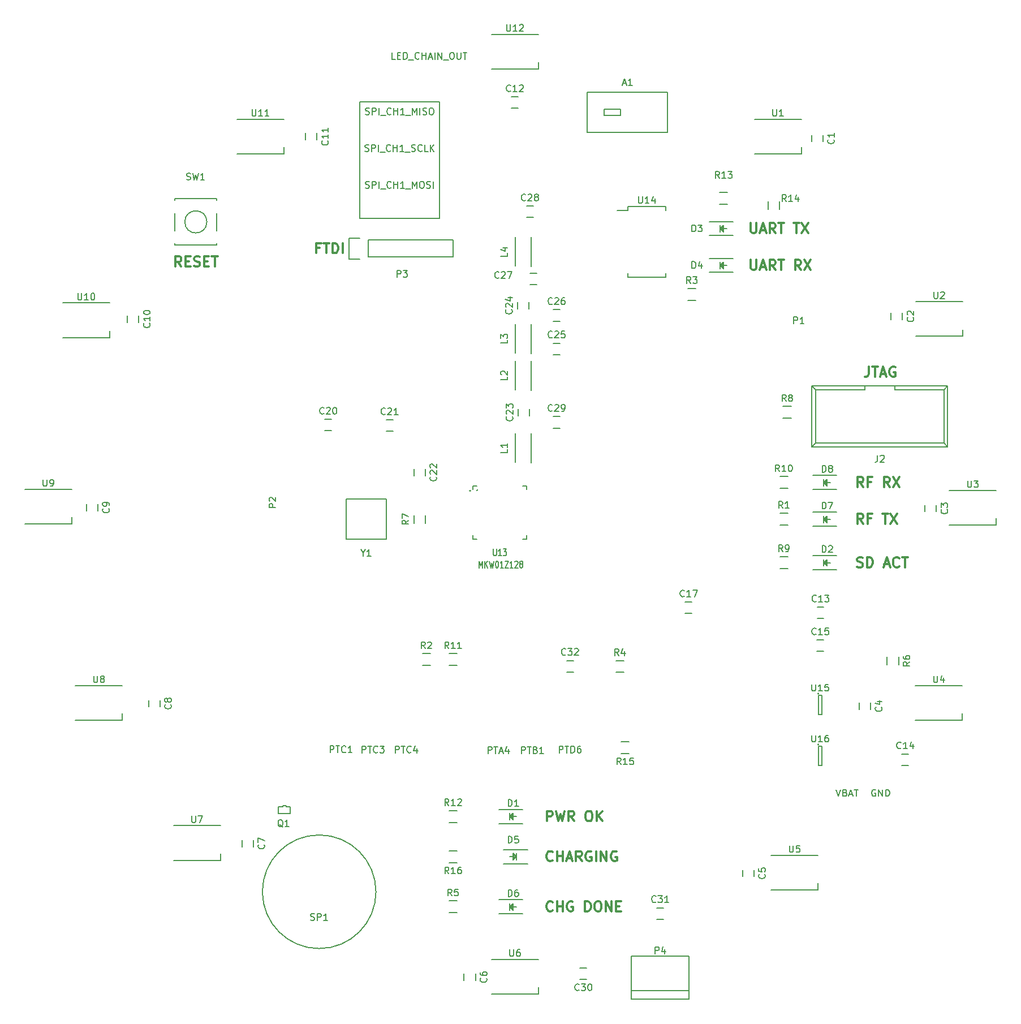
<source format=gto>
G04 #@! TF.GenerationSoftware,KiCad,Pcbnew,(2016-12-18 revision 3ffa37c)-master*
G04 #@! TF.CreationDate,2016-12-20T15:26:01-08:00*
G04 #@! TF.ProjectId,badge-routed,62616467652D726F757465642E6B6963,rev?*
G04 #@! TF.FileFunction,Legend,Top*
G04 #@! TF.FilePolarity,Positive*
%FSLAX46Y46*%
G04 Gerber Fmt 4.6, Leading zero omitted, Abs format (unit mm)*
G04 Created by KiCad (PCBNEW (2016-12-18 revision 3ffa37c)-master) date Tuesday, December 20, 2016 'PMt' 03:26:01 PM*
%MOMM*%
%LPD*%
G01*
G04 APERTURE LIST*
%ADD10C,0.150000*%
%ADD11C,0.300000*%
%ADD12C,0.200000*%
%ADD13C,0.152400*%
%ADD14C,0.127000*%
G04 APERTURE END LIST*
D10*
D11*
X45321428Y-65178571D02*
X44821428Y-64464285D01*
X44464285Y-65178571D02*
X44464285Y-63678571D01*
X45035714Y-63678571D01*
X45178571Y-63750000D01*
X45250000Y-63821428D01*
X45321428Y-63964285D01*
X45321428Y-64178571D01*
X45250000Y-64321428D01*
X45178571Y-64392857D01*
X45035714Y-64464285D01*
X44464285Y-64464285D01*
X45964285Y-64392857D02*
X46464285Y-64392857D01*
X46678571Y-65178571D02*
X45964285Y-65178571D01*
X45964285Y-63678571D01*
X46678571Y-63678571D01*
X47250000Y-65107142D02*
X47464285Y-65178571D01*
X47821428Y-65178571D01*
X47964285Y-65107142D01*
X48035714Y-65035714D01*
X48107142Y-64892857D01*
X48107142Y-64750000D01*
X48035714Y-64607142D01*
X47964285Y-64535714D01*
X47821428Y-64464285D01*
X47535714Y-64392857D01*
X47392857Y-64321428D01*
X47321428Y-64250000D01*
X47250000Y-64107142D01*
X47250000Y-63964285D01*
X47321428Y-63821428D01*
X47392857Y-63750000D01*
X47535714Y-63678571D01*
X47892857Y-63678571D01*
X48107142Y-63750000D01*
X48750000Y-64392857D02*
X49250000Y-64392857D01*
X49464285Y-65178571D02*
X48750000Y-65178571D01*
X48750000Y-63678571D01*
X49464285Y-63678571D01*
X49892857Y-63678571D02*
X50750000Y-63678571D01*
X50321428Y-65178571D02*
X50321428Y-63678571D01*
D12*
X72000000Y-40500000D02*
X72000000Y-42000000D01*
X84000000Y-40500000D02*
X72000000Y-40500000D01*
X84000000Y-58000000D02*
X84000000Y-40500000D01*
X72000000Y-58000000D02*
X84000000Y-58000000D01*
X72000000Y-41000000D02*
X72000000Y-58000000D01*
D11*
X148250000Y-80178571D02*
X148250000Y-81250000D01*
X148178571Y-81464285D01*
X148035714Y-81607142D01*
X147821428Y-81678571D01*
X147678571Y-81678571D01*
X148750000Y-80178571D02*
X149607142Y-80178571D01*
X149178571Y-81678571D02*
X149178571Y-80178571D01*
X150035714Y-81250000D02*
X150750000Y-81250000D01*
X149892857Y-81678571D02*
X150392857Y-80178571D01*
X150892857Y-81678571D01*
X152178571Y-80250000D02*
X152035714Y-80178571D01*
X151821428Y-80178571D01*
X151607142Y-80250000D01*
X151464285Y-80392857D01*
X151392857Y-80535714D01*
X151321428Y-80821428D01*
X151321428Y-81035714D01*
X151392857Y-81321428D01*
X151464285Y-81464285D01*
X151607142Y-81607142D01*
X151821428Y-81678571D01*
X151964285Y-81678571D01*
X152178571Y-81607142D01*
X152250000Y-81535714D01*
X152250000Y-81035714D01*
X151964285Y-81035714D01*
X100909285Y-154035714D02*
X100837857Y-154107142D01*
X100623571Y-154178571D01*
X100480714Y-154178571D01*
X100266428Y-154107142D01*
X100123571Y-153964285D01*
X100052142Y-153821428D01*
X99980714Y-153535714D01*
X99980714Y-153321428D01*
X100052142Y-153035714D01*
X100123571Y-152892857D01*
X100266428Y-152750000D01*
X100480714Y-152678571D01*
X100623571Y-152678571D01*
X100837857Y-152750000D01*
X100909285Y-152821428D01*
X101552142Y-154178571D02*
X101552142Y-152678571D01*
X101552142Y-153392857D02*
X102409285Y-153392857D01*
X102409285Y-154178571D02*
X102409285Y-152678571D01*
X103052142Y-153750000D02*
X103766428Y-153750000D01*
X102909285Y-154178571D02*
X103409285Y-152678571D01*
X103909285Y-154178571D01*
X105266428Y-154178571D02*
X104766428Y-153464285D01*
X104409285Y-154178571D02*
X104409285Y-152678571D01*
X104980714Y-152678571D01*
X105123571Y-152750000D01*
X105195000Y-152821428D01*
X105266428Y-152964285D01*
X105266428Y-153178571D01*
X105195000Y-153321428D01*
X105123571Y-153392857D01*
X104980714Y-153464285D01*
X104409285Y-153464285D01*
X106695000Y-152750000D02*
X106552142Y-152678571D01*
X106337857Y-152678571D01*
X106123571Y-152750000D01*
X105980714Y-152892857D01*
X105909285Y-153035714D01*
X105837857Y-153321428D01*
X105837857Y-153535714D01*
X105909285Y-153821428D01*
X105980714Y-153964285D01*
X106123571Y-154107142D01*
X106337857Y-154178571D01*
X106480714Y-154178571D01*
X106695000Y-154107142D01*
X106766428Y-154035714D01*
X106766428Y-153535714D01*
X106480714Y-153535714D01*
X107409285Y-154178571D02*
X107409285Y-152678571D01*
X108123571Y-154178571D02*
X108123571Y-152678571D01*
X108980714Y-154178571D01*
X108980714Y-152678571D01*
X110480714Y-152750000D02*
X110337857Y-152678571D01*
X110123571Y-152678571D01*
X109909285Y-152750000D01*
X109766428Y-152892857D01*
X109695000Y-153035714D01*
X109623571Y-153321428D01*
X109623571Y-153535714D01*
X109695000Y-153821428D01*
X109766428Y-153964285D01*
X109909285Y-154107142D01*
X110123571Y-154178571D01*
X110266428Y-154178571D01*
X110480714Y-154107142D01*
X110552142Y-154035714D01*
X110552142Y-153535714D01*
X110266428Y-153535714D01*
X100909285Y-161535714D02*
X100837857Y-161607142D01*
X100623571Y-161678571D01*
X100480714Y-161678571D01*
X100266428Y-161607142D01*
X100123571Y-161464285D01*
X100052142Y-161321428D01*
X99980714Y-161035714D01*
X99980714Y-160821428D01*
X100052142Y-160535714D01*
X100123571Y-160392857D01*
X100266428Y-160250000D01*
X100480714Y-160178571D01*
X100623571Y-160178571D01*
X100837857Y-160250000D01*
X100909285Y-160321428D01*
X101552142Y-161678571D02*
X101552142Y-160178571D01*
X101552142Y-160892857D02*
X102409285Y-160892857D01*
X102409285Y-161678571D02*
X102409285Y-160178571D01*
X103909285Y-160250000D02*
X103766428Y-160178571D01*
X103552142Y-160178571D01*
X103337857Y-160250000D01*
X103195000Y-160392857D01*
X103123571Y-160535714D01*
X103052142Y-160821428D01*
X103052142Y-161035714D01*
X103123571Y-161321428D01*
X103195000Y-161464285D01*
X103337857Y-161607142D01*
X103552142Y-161678571D01*
X103695000Y-161678571D01*
X103909285Y-161607142D01*
X103980714Y-161535714D01*
X103980714Y-161035714D01*
X103695000Y-161035714D01*
X105766428Y-161678571D02*
X105766428Y-160178571D01*
X106123571Y-160178571D01*
X106337857Y-160250000D01*
X106480714Y-160392857D01*
X106552142Y-160535714D01*
X106623571Y-160821428D01*
X106623571Y-161035714D01*
X106552142Y-161321428D01*
X106480714Y-161464285D01*
X106337857Y-161607142D01*
X106123571Y-161678571D01*
X105766428Y-161678571D01*
X107552142Y-160178571D02*
X107837857Y-160178571D01*
X107980714Y-160250000D01*
X108123571Y-160392857D01*
X108195000Y-160678571D01*
X108195000Y-161178571D01*
X108123571Y-161464285D01*
X107980714Y-161607142D01*
X107837857Y-161678571D01*
X107552142Y-161678571D01*
X107409285Y-161607142D01*
X107266428Y-161464285D01*
X107195000Y-161178571D01*
X107195000Y-160678571D01*
X107266428Y-160392857D01*
X107409285Y-160250000D01*
X107552142Y-160178571D01*
X108837857Y-161678571D02*
X108837857Y-160178571D01*
X109695000Y-161678571D01*
X109695000Y-160178571D01*
X110409285Y-160892857D02*
X110909285Y-160892857D01*
X111123571Y-161678571D02*
X110409285Y-161678571D01*
X110409285Y-160178571D01*
X111123571Y-160178571D01*
X100052142Y-148178571D02*
X100052142Y-146678571D01*
X100623571Y-146678571D01*
X100766428Y-146750000D01*
X100837857Y-146821428D01*
X100909285Y-146964285D01*
X100909285Y-147178571D01*
X100837857Y-147321428D01*
X100766428Y-147392857D01*
X100623571Y-147464285D01*
X100052142Y-147464285D01*
X101409285Y-146678571D02*
X101766428Y-148178571D01*
X102052142Y-147107142D01*
X102337857Y-148178571D01*
X102695000Y-146678571D01*
X104123571Y-148178571D02*
X103623571Y-147464285D01*
X103266428Y-148178571D02*
X103266428Y-146678571D01*
X103837857Y-146678571D01*
X103980714Y-146750000D01*
X104052142Y-146821428D01*
X104123571Y-146964285D01*
X104123571Y-147178571D01*
X104052142Y-147321428D01*
X103980714Y-147392857D01*
X103837857Y-147464285D01*
X103266428Y-147464285D01*
X106195000Y-146678571D02*
X106480714Y-146678571D01*
X106623571Y-146750000D01*
X106766428Y-146892857D01*
X106837857Y-147178571D01*
X106837857Y-147678571D01*
X106766428Y-147964285D01*
X106623571Y-148107142D01*
X106480714Y-148178571D01*
X106195000Y-148178571D01*
X106052142Y-148107142D01*
X105909285Y-147964285D01*
X105837857Y-147678571D01*
X105837857Y-147178571D01*
X105909285Y-146892857D01*
X106052142Y-146750000D01*
X106195000Y-146678571D01*
X107480714Y-148178571D02*
X107480714Y-146678571D01*
X108337857Y-148178571D02*
X107695000Y-147321428D01*
X108337857Y-146678571D02*
X107480714Y-147535714D01*
X66035714Y-62392857D02*
X65535714Y-62392857D01*
X65535714Y-63178571D02*
X65535714Y-61678571D01*
X66250000Y-61678571D01*
X66607142Y-61678571D02*
X67464285Y-61678571D01*
X67035714Y-63178571D02*
X67035714Y-61678571D01*
X67964285Y-63178571D02*
X67964285Y-61678571D01*
X68321428Y-61678571D01*
X68535714Y-61750000D01*
X68678571Y-61892857D01*
X68750000Y-62035714D01*
X68821428Y-62321428D01*
X68821428Y-62535714D01*
X68750000Y-62821428D01*
X68678571Y-62964285D01*
X68535714Y-63107142D01*
X68321428Y-63178571D01*
X67964285Y-63178571D01*
X69464285Y-63178571D02*
X69464285Y-61678571D01*
X130552142Y-64178571D02*
X130552142Y-65392857D01*
X130623571Y-65535714D01*
X130695000Y-65607142D01*
X130837857Y-65678571D01*
X131123571Y-65678571D01*
X131266428Y-65607142D01*
X131337857Y-65535714D01*
X131409285Y-65392857D01*
X131409285Y-64178571D01*
X132052142Y-65250000D02*
X132766428Y-65250000D01*
X131909285Y-65678571D02*
X132409285Y-64178571D01*
X132909285Y-65678571D01*
X134266428Y-65678571D02*
X133766428Y-64964285D01*
X133409285Y-65678571D02*
X133409285Y-64178571D01*
X133980714Y-64178571D01*
X134123571Y-64250000D01*
X134195000Y-64321428D01*
X134266428Y-64464285D01*
X134266428Y-64678571D01*
X134195000Y-64821428D01*
X134123571Y-64892857D01*
X133980714Y-64964285D01*
X133409285Y-64964285D01*
X134695000Y-64178571D02*
X135552142Y-64178571D01*
X135123571Y-65678571D02*
X135123571Y-64178571D01*
X138052142Y-65678571D02*
X137552142Y-64964285D01*
X137195000Y-65678571D02*
X137195000Y-64178571D01*
X137766428Y-64178571D01*
X137909285Y-64250000D01*
X137980714Y-64321428D01*
X138052142Y-64464285D01*
X138052142Y-64678571D01*
X137980714Y-64821428D01*
X137909285Y-64892857D01*
X137766428Y-64964285D01*
X137195000Y-64964285D01*
X138552142Y-64178571D02*
X139552142Y-65678571D01*
X139552142Y-64178571D02*
X138552142Y-65678571D01*
X130552142Y-58678571D02*
X130552142Y-59892857D01*
X130623571Y-60035714D01*
X130695000Y-60107142D01*
X130837857Y-60178571D01*
X131123571Y-60178571D01*
X131266428Y-60107142D01*
X131337857Y-60035714D01*
X131409285Y-59892857D01*
X131409285Y-58678571D01*
X132052142Y-59750000D02*
X132766428Y-59750000D01*
X131909285Y-60178571D02*
X132409285Y-58678571D01*
X132909285Y-60178571D01*
X134266428Y-60178571D02*
X133766428Y-59464285D01*
X133409285Y-60178571D02*
X133409285Y-58678571D01*
X133980714Y-58678571D01*
X134123571Y-58750000D01*
X134195000Y-58821428D01*
X134266428Y-58964285D01*
X134266428Y-59178571D01*
X134195000Y-59321428D01*
X134123571Y-59392857D01*
X133980714Y-59464285D01*
X133409285Y-59464285D01*
X134695000Y-58678571D02*
X135552142Y-58678571D01*
X135123571Y-60178571D02*
X135123571Y-58678571D01*
X136980714Y-58678571D02*
X137837857Y-58678571D01*
X137409285Y-60178571D02*
X137409285Y-58678571D01*
X138195000Y-58678571D02*
X139195000Y-60178571D01*
X139195000Y-58678571D02*
X138195000Y-60178571D01*
X146480714Y-110107142D02*
X146695000Y-110178571D01*
X147052142Y-110178571D01*
X147195000Y-110107142D01*
X147266428Y-110035714D01*
X147337857Y-109892857D01*
X147337857Y-109750000D01*
X147266428Y-109607142D01*
X147195000Y-109535714D01*
X147052142Y-109464285D01*
X146766428Y-109392857D01*
X146623571Y-109321428D01*
X146552142Y-109250000D01*
X146480714Y-109107142D01*
X146480714Y-108964285D01*
X146552142Y-108821428D01*
X146623571Y-108750000D01*
X146766428Y-108678571D01*
X147123571Y-108678571D01*
X147337857Y-108750000D01*
X147980714Y-110178571D02*
X147980714Y-108678571D01*
X148337857Y-108678571D01*
X148552142Y-108750000D01*
X148695000Y-108892857D01*
X148766428Y-109035714D01*
X148837857Y-109321428D01*
X148837857Y-109535714D01*
X148766428Y-109821428D01*
X148695000Y-109964285D01*
X148552142Y-110107142D01*
X148337857Y-110178571D01*
X147980714Y-110178571D01*
X150552142Y-109750000D02*
X151266428Y-109750000D01*
X150409285Y-110178571D02*
X150909285Y-108678571D01*
X151409285Y-110178571D01*
X152766428Y-110035714D02*
X152695000Y-110107142D01*
X152480714Y-110178571D01*
X152337857Y-110178571D01*
X152123571Y-110107142D01*
X151980714Y-109964285D01*
X151909285Y-109821428D01*
X151837857Y-109535714D01*
X151837857Y-109321428D01*
X151909285Y-109035714D01*
X151980714Y-108892857D01*
X152123571Y-108750000D01*
X152337857Y-108678571D01*
X152480714Y-108678571D01*
X152695000Y-108750000D01*
X152766428Y-108821428D01*
X153195000Y-108678571D02*
X154052142Y-108678571D01*
X153623571Y-110178571D02*
X153623571Y-108678571D01*
X147409285Y-103678571D02*
X146909285Y-102964285D01*
X146552142Y-103678571D02*
X146552142Y-102178571D01*
X147123571Y-102178571D01*
X147266428Y-102250000D01*
X147337857Y-102321428D01*
X147409285Y-102464285D01*
X147409285Y-102678571D01*
X147337857Y-102821428D01*
X147266428Y-102892857D01*
X147123571Y-102964285D01*
X146552142Y-102964285D01*
X148552142Y-102892857D02*
X148052142Y-102892857D01*
X148052142Y-103678571D02*
X148052142Y-102178571D01*
X148766428Y-102178571D01*
X150266428Y-102178571D02*
X151123571Y-102178571D01*
X150695000Y-103678571D02*
X150695000Y-102178571D01*
X151480714Y-102178571D02*
X152480714Y-103678571D01*
X152480714Y-102178571D02*
X151480714Y-103678571D01*
X147409285Y-98178571D02*
X146909285Y-97464285D01*
X146552142Y-98178571D02*
X146552142Y-96678571D01*
X147123571Y-96678571D01*
X147266428Y-96750000D01*
X147337857Y-96821428D01*
X147409285Y-96964285D01*
X147409285Y-97178571D01*
X147337857Y-97321428D01*
X147266428Y-97392857D01*
X147123571Y-97464285D01*
X146552142Y-97464285D01*
X148552142Y-97392857D02*
X148052142Y-97392857D01*
X148052142Y-98178571D02*
X148052142Y-96678571D01*
X148766428Y-96678571D01*
X151337857Y-98178571D02*
X150837857Y-97464285D01*
X150480714Y-98178571D02*
X150480714Y-96678571D01*
X151052142Y-96678571D01*
X151195000Y-96750000D01*
X151266428Y-96821428D01*
X151337857Y-96964285D01*
X151337857Y-97178571D01*
X151266428Y-97321428D01*
X151195000Y-97392857D01*
X151052142Y-97464285D01*
X150480714Y-97464285D01*
X151837857Y-96678571D02*
X152837857Y-98178571D01*
X152837857Y-96678571D02*
X151837857Y-98178571D01*
D10*
X142000000Y-98000000D02*
X141500000Y-97500000D01*
X142000000Y-97000000D02*
X142000000Y-98000000D01*
X141500000Y-97500000D02*
X142000000Y-97000000D01*
X142000000Y-97500000D02*
X142500000Y-97500000D01*
X141500000Y-97000000D02*
X141500000Y-98000000D01*
X141800000Y-97550000D02*
X141750000Y-97500000D01*
X141800000Y-97300000D02*
X141800000Y-97550000D01*
X141600000Y-97500000D02*
X141800000Y-97300000D01*
X141900000Y-97800000D02*
X141600000Y-97500000D01*
X141900000Y-97200000D02*
X141900000Y-97800000D01*
X139850000Y-96450000D02*
X143450000Y-96450000D01*
X139850000Y-98550000D02*
X143450000Y-98550000D01*
X134900000Y-96625000D02*
X136100000Y-96625000D01*
X136100000Y-98375000D02*
X134900000Y-98375000D01*
X70000000Y-106000000D02*
X70000000Y-100000000D01*
X76000000Y-106000000D02*
X70000000Y-106000000D01*
X76000000Y-100000000D02*
X76000000Y-106000000D01*
X70000000Y-100000000D02*
X76000000Y-100000000D01*
X139850000Y-110550000D02*
X143450000Y-110550000D01*
X139850000Y-108450000D02*
X143450000Y-108450000D01*
X141900000Y-109200000D02*
X141900000Y-109800000D01*
X141900000Y-109800000D02*
X141600000Y-109500000D01*
X141600000Y-109500000D02*
X141800000Y-109300000D01*
X141800000Y-109300000D02*
X141800000Y-109550000D01*
X141800000Y-109550000D02*
X141750000Y-109500000D01*
X141500000Y-109000000D02*
X141500000Y-110000000D01*
X142000000Y-109500000D02*
X142500000Y-109500000D01*
X141500000Y-109500000D02*
X142000000Y-109000000D01*
X142000000Y-109000000D02*
X142000000Y-110000000D01*
X142000000Y-110000000D02*
X141500000Y-109500000D01*
X142000000Y-103500000D02*
X141500000Y-103000000D01*
X142000000Y-102500000D02*
X142000000Y-103500000D01*
X141500000Y-103000000D02*
X142000000Y-102500000D01*
X142000000Y-103000000D02*
X142500000Y-103000000D01*
X141500000Y-102500000D02*
X141500000Y-103500000D01*
X141800000Y-103050000D02*
X141750000Y-103000000D01*
X141800000Y-102800000D02*
X141800000Y-103050000D01*
X141600000Y-103000000D02*
X141800000Y-102800000D01*
X141900000Y-103300000D02*
X141600000Y-103000000D01*
X141900000Y-102700000D02*
X141900000Y-103300000D01*
X139850000Y-101950000D02*
X143450000Y-101950000D01*
X139850000Y-104050000D02*
X143450000Y-104050000D01*
X129325000Y-155480000D02*
X129325000Y-156480000D01*
X131025000Y-156480000D02*
X131025000Y-155480000D01*
X89350000Y-172000000D02*
X89350000Y-171000000D01*
X87650000Y-171000000D02*
X87650000Y-172000000D01*
X54395000Y-151035000D02*
X54395000Y-152035000D01*
X56095000Y-152035000D02*
X56095000Y-151035000D01*
X42125000Y-131080000D02*
X42125000Y-130080000D01*
X40425000Y-130080000D02*
X40425000Y-131080000D01*
X31150000Y-100750000D02*
X31150000Y-101750000D01*
X32850000Y-101750000D02*
X32850000Y-100750000D01*
X38950000Y-73525000D02*
X38950000Y-72525000D01*
X37250000Y-72525000D02*
X37250000Y-73525000D01*
X63920000Y-45220000D02*
X63920000Y-46220000D01*
X65620000Y-46220000D02*
X65620000Y-45220000D01*
X95750000Y-39790000D02*
X94750000Y-39790000D01*
X94750000Y-41490000D02*
X95750000Y-41490000D01*
X140500000Y-117850000D02*
X141500000Y-117850000D01*
X141500000Y-116150000D02*
X140500000Y-116150000D01*
X154185000Y-138138000D02*
X153185000Y-138138000D01*
X153185000Y-139838000D02*
X154185000Y-139838000D01*
X140470000Y-122770000D02*
X141470000Y-122770000D01*
X141470000Y-121070000D02*
X140470000Y-121070000D01*
X121750000Y-115400000D02*
X120750000Y-115400000D01*
X120750000Y-117100000D02*
X121750000Y-117100000D01*
X156630000Y-100870000D02*
X156630000Y-101870000D01*
X158330000Y-101870000D02*
X158330000Y-100870000D01*
X67810000Y-88050000D02*
X66810000Y-88050000D01*
X66810000Y-89750000D02*
X67810000Y-89750000D01*
X76000000Y-89850000D02*
X77000000Y-89850000D01*
X77000000Y-88150000D02*
X76000000Y-88150000D01*
X81850000Y-96500000D02*
X81850000Y-95500000D01*
X80150000Y-95500000D02*
X80150000Y-96500000D01*
X97450000Y-87500000D02*
X97450000Y-86500000D01*
X95750000Y-86500000D02*
X95750000Y-87500000D01*
X95650000Y-70500000D02*
X95650000Y-71500000D01*
X97350000Y-71500000D02*
X97350000Y-70500000D01*
X101000000Y-78350000D02*
X102000000Y-78350000D01*
X102000000Y-76650000D02*
X101000000Y-76650000D01*
X102000000Y-71650000D02*
X101000000Y-71650000D01*
X101000000Y-73350000D02*
X102000000Y-73350000D01*
X97500000Y-67850000D02*
X98500000Y-67850000D01*
X98500000Y-66150000D02*
X97500000Y-66150000D01*
X98000000Y-56150000D02*
X97000000Y-56150000D01*
X97000000Y-57850000D02*
X98000000Y-57850000D01*
X101000000Y-89350000D02*
X102000000Y-89350000D01*
X102000000Y-87650000D02*
X101000000Y-87650000D01*
X105000000Y-171850000D02*
X106000000Y-171850000D01*
X106000000Y-170150000D02*
X105000000Y-170150000D01*
X116500000Y-162850000D02*
X117500000Y-162850000D01*
X117500000Y-161150000D02*
X116500000Y-161150000D01*
X104000000Y-124150000D02*
X103000000Y-124150000D01*
X103000000Y-125850000D02*
X104000000Y-125850000D01*
X146800000Y-130450000D02*
X146800000Y-131450000D01*
X148500000Y-131450000D02*
X148500000Y-130450000D01*
X141350000Y-46500000D02*
X141350000Y-45500000D01*
X139650000Y-45500000D02*
X139650000Y-46500000D01*
X151550000Y-72120000D02*
X151550000Y-73120000D01*
X153250000Y-73120000D02*
X153250000Y-72120000D01*
X112649100Y-174817460D02*
X112649100Y-168412460D01*
X121349100Y-173587460D02*
X112649100Y-173587460D01*
X121349100Y-168412460D02*
X121349100Y-174817460D01*
X112649100Y-168412460D02*
X121349100Y-168412460D01*
X112649100Y-174817460D02*
X121349100Y-174817460D01*
X86600000Y-154375000D02*
X85400000Y-154375000D01*
X85400000Y-152625000D02*
X86600000Y-152625000D01*
X111160000Y-136285000D02*
X112360000Y-136285000D01*
X112360000Y-138035000D02*
X111160000Y-138035000D01*
X134875000Y-55400000D02*
X134875000Y-56600000D01*
X133125000Y-56600000D02*
X133125000Y-55400000D01*
X125900000Y-54125000D02*
X127100000Y-54125000D01*
X127100000Y-55875000D02*
X125900000Y-55875000D01*
X85400000Y-146625000D02*
X86600000Y-146625000D01*
X86600000Y-148375000D02*
X85400000Y-148375000D01*
X136100000Y-103875000D02*
X134900000Y-103875000D01*
X134900000Y-102125000D02*
X136100000Y-102125000D01*
X85400000Y-123125000D02*
X86600000Y-123125000D01*
X86600000Y-124875000D02*
X85400000Y-124875000D01*
X82600000Y-124875000D02*
X81400000Y-124875000D01*
X81400000Y-123125000D02*
X82600000Y-123125000D01*
X121150000Y-68475000D02*
X122350000Y-68475000D01*
X122350000Y-70225000D02*
X121150000Y-70225000D01*
X111575000Y-125913000D02*
X110375000Y-125913000D01*
X110375000Y-124163000D02*
X111575000Y-124163000D01*
X85400000Y-160125000D02*
X86600000Y-160125000D01*
X86600000Y-161875000D02*
X85400000Y-161875000D01*
X150935000Y-124780000D02*
X150935000Y-123580000D01*
X152685000Y-123580000D02*
X152685000Y-124780000D01*
X80125000Y-103600000D02*
X80125000Y-102400000D01*
X81875000Y-102400000D02*
X81875000Y-103600000D01*
X136600000Y-87875000D02*
X135400000Y-87875000D01*
X135400000Y-86125000D02*
X136600000Y-86125000D01*
X134900000Y-108625000D02*
X136100000Y-108625000D01*
X136100000Y-110375000D02*
X134900000Y-110375000D01*
X73270000Y-61230000D02*
X85970000Y-61230000D01*
X85970000Y-61230000D02*
X85970000Y-63770000D01*
X85970000Y-63770000D02*
X73270000Y-63770000D01*
X70450000Y-60950000D02*
X72000000Y-60950000D01*
X73270000Y-61230000D02*
X73270000Y-63770000D01*
X72000000Y-64050000D02*
X70450000Y-64050000D01*
X70450000Y-64050000D02*
X70450000Y-60950000D01*
X140720000Y-129360000D02*
X140720000Y-132260000D01*
X140720000Y-132260000D02*
X141220000Y-132260000D01*
X141220000Y-132260000D02*
X141220000Y-129360000D01*
X141220000Y-129360000D02*
X140720000Y-129360000D01*
X140770000Y-129110000D02*
G75*
G03X140770000Y-129110000I-100000J0D01*
G01*
X140770000Y-136730000D02*
G75*
G03X140770000Y-136730000I-100000J0D01*
G01*
X141220000Y-136980000D02*
X140720000Y-136980000D01*
X141220000Y-139880000D02*
X141220000Y-136980000D01*
X140720000Y-139880000D02*
X141220000Y-139880000D01*
X140720000Y-136980000D02*
X140720000Y-139880000D01*
X117600000Y-45100000D02*
X106600000Y-45100000D01*
X106100000Y-44700000D02*
X106100000Y-39600000D01*
X106600000Y-39100000D02*
X117600000Y-39100000D01*
X118100000Y-39600000D02*
X118100000Y-44700000D01*
X110100000Y-42600000D02*
X108600000Y-42600000D01*
X108600000Y-42600000D02*
X108600000Y-41600000D01*
X108600000Y-41600000D02*
X111100000Y-41600000D01*
X111100000Y-41600000D02*
X111100000Y-42600000D01*
X111100000Y-42600000D02*
X110100000Y-42600000D01*
X106600000Y-45100000D02*
X106100000Y-45100000D01*
X106100000Y-45100000D02*
X106100000Y-44600000D01*
X106100000Y-44600000D02*
X106100000Y-39100000D01*
X106100000Y-39100000D02*
X106600000Y-39100000D01*
X117100000Y-39100000D02*
X118100000Y-39100000D01*
X118100000Y-39100000D02*
X118100000Y-39600000D01*
X118100000Y-39600000D02*
X118100000Y-45100000D01*
X118100000Y-45100000D02*
X117600000Y-45100000D01*
X95000000Y-153000000D02*
X95500000Y-153500000D01*
X95000000Y-154000000D02*
X95000000Y-153000000D01*
X95500000Y-153500000D02*
X95000000Y-154000000D01*
X95000000Y-153500000D02*
X94500000Y-153500000D01*
X95500000Y-154000000D02*
X95500000Y-153000000D01*
X95200000Y-153450000D02*
X95250000Y-153500000D01*
X95200000Y-153700000D02*
X95200000Y-153450000D01*
X95400000Y-153500000D02*
X95200000Y-153700000D01*
X95100000Y-153200000D02*
X95400000Y-153500000D01*
X95100000Y-153800000D02*
X95100000Y-153200000D01*
X97150000Y-154550000D02*
X93550000Y-154550000D01*
X97150000Y-152450000D02*
X93550000Y-152450000D01*
X92850000Y-162050000D02*
X96450000Y-162050000D01*
X92850000Y-159950000D02*
X96450000Y-159950000D01*
X94900000Y-160700000D02*
X94900000Y-161300000D01*
X94900000Y-161300000D02*
X94600000Y-161000000D01*
X94600000Y-161000000D02*
X94800000Y-160800000D01*
X94800000Y-160800000D02*
X94800000Y-161050000D01*
X94800000Y-161050000D02*
X94750000Y-161000000D01*
X94500000Y-160500000D02*
X94500000Y-161500000D01*
X95000000Y-161000000D02*
X95500000Y-161000000D01*
X94500000Y-161000000D02*
X95000000Y-160500000D01*
X95000000Y-160500000D02*
X95000000Y-161500000D01*
X95000000Y-161500000D02*
X94500000Y-161000000D01*
X74460000Y-158750000D02*
G75*
G03X74460000Y-158750000I-8500000J0D01*
G01*
X112125000Y-56175000D02*
X112125000Y-56825000D01*
X117875000Y-56175000D02*
X117875000Y-56825000D01*
X117875000Y-66825000D02*
X117875000Y-66175000D01*
X112125000Y-66825000D02*
X112125000Y-66175000D01*
X112125000Y-56175000D02*
X117875000Y-56175000D01*
X112125000Y-66825000D02*
X117875000Y-66825000D01*
X112125000Y-56825000D02*
X110525000Y-56825000D01*
X124350000Y-60550000D02*
X127950000Y-60550000D01*
X124350000Y-58450000D02*
X127950000Y-58450000D01*
X126400000Y-59200000D02*
X126400000Y-59800000D01*
X126400000Y-59800000D02*
X126100000Y-59500000D01*
X126100000Y-59500000D02*
X126300000Y-59300000D01*
X126300000Y-59300000D02*
X126300000Y-59550000D01*
X126300000Y-59550000D02*
X126250000Y-59500000D01*
X126000000Y-59000000D02*
X126000000Y-60000000D01*
X126500000Y-59500000D02*
X127000000Y-59500000D01*
X126000000Y-59500000D02*
X126500000Y-59000000D01*
X126500000Y-59000000D02*
X126500000Y-60000000D01*
X126500000Y-60000000D02*
X126000000Y-59500000D01*
X162250000Y-75625000D02*
X162250000Y-74625000D01*
X155250000Y-75625000D02*
X162250000Y-75625000D01*
X155250000Y-70425000D02*
X162250000Y-70425000D01*
X131120000Y-43120000D02*
X138120000Y-43120000D01*
X131120000Y-48320000D02*
X138120000Y-48320000D01*
X138120000Y-48320000D02*
X138120000Y-47320000D01*
D13*
X88491754Y-98750070D02*
G75*
G02X88491754Y-98750070I76200J0D01*
G01*
X88999500Y-105426460D02*
X88999500Y-106000500D01*
X88999500Y-106000500D02*
X89573540Y-106000500D01*
X97000500Y-106000500D02*
X97000500Y-105426460D01*
X97000500Y-97999500D02*
X96426460Y-97999500D01*
X88999500Y-97999500D02*
X88999500Y-98522740D01*
X89554490Y-98714764D02*
X89714764Y-98554490D01*
X96426460Y-106000500D02*
X97000500Y-106000500D01*
X97000500Y-98573540D02*
X97000500Y-97999500D01*
X89573540Y-97999500D02*
X88999500Y-97999500D01*
D10*
X50650000Y-61700000D02*
X50650000Y-61950000D01*
X50650000Y-61950000D02*
X44350000Y-61950000D01*
X44350000Y-61950000D02*
X44350000Y-61700000D01*
X50650000Y-57200000D02*
X50650000Y-59800000D01*
X44350000Y-55300000D02*
X44350000Y-55050000D01*
X44350000Y-55050000D02*
X50650000Y-55050000D01*
X50650000Y-55050000D02*
X50650000Y-55300000D01*
X44350000Y-59800000D02*
X44350000Y-57200000D01*
X49150000Y-58500000D02*
G75*
G03X49150000Y-58500000I-1650000J0D01*
G01*
X160020000Y-92180000D02*
X139700000Y-92180000D01*
X159480000Y-91630000D02*
X140260000Y-91630000D01*
X160020000Y-83080000D02*
X139700000Y-83080000D01*
X159480000Y-83630000D02*
X152110000Y-83630000D01*
X147610000Y-83630000D02*
X140260000Y-83630000D01*
X152110000Y-83630000D02*
X152110000Y-83080000D01*
X147610000Y-83630000D02*
X147610000Y-83080000D01*
X160020000Y-92180000D02*
X160020000Y-83080000D01*
X159480000Y-91630000D02*
X159480000Y-83630000D01*
X139700000Y-92180000D02*
X139700000Y-83080000D01*
X140260000Y-91630000D02*
X140260000Y-83630000D01*
X160020000Y-92180000D02*
X159480000Y-91630000D01*
X139700000Y-92180000D02*
X140260000Y-91630000D01*
X160020000Y-83080000D02*
X159480000Y-83630000D01*
X139700000Y-83080000D02*
X140260000Y-83630000D01*
X95301120Y-79300360D02*
X95301120Y-83600580D01*
X97698880Y-79300360D02*
X97698880Y-83699640D01*
X97698880Y-60800360D02*
X97698880Y-65199640D01*
X95301120Y-60800360D02*
X95301120Y-65100580D01*
X95301120Y-73800360D02*
X95301120Y-78100580D01*
X97698880Y-73800360D02*
X97698880Y-78199640D01*
X97698880Y-90174760D02*
X97698880Y-94574040D01*
X95301120Y-90174760D02*
X95301120Y-94474980D01*
X92850000Y-148550000D02*
X96450000Y-148550000D01*
X92850000Y-146450000D02*
X96450000Y-146450000D01*
X94900000Y-147200000D02*
X94900000Y-147800000D01*
X94900000Y-147800000D02*
X94600000Y-147500000D01*
X94600000Y-147500000D02*
X94800000Y-147300000D01*
X94800000Y-147300000D02*
X94800000Y-147550000D01*
X94800000Y-147550000D02*
X94750000Y-147500000D01*
X94500000Y-147000000D02*
X94500000Y-148000000D01*
X95000000Y-147500000D02*
X95500000Y-147500000D01*
X94500000Y-147500000D02*
X95000000Y-147000000D01*
X95000000Y-147000000D02*
X95000000Y-148000000D01*
X95000000Y-148000000D02*
X94500000Y-147500000D01*
X124350000Y-66050000D02*
X127950000Y-66050000D01*
X124350000Y-63950000D02*
X127950000Y-63950000D01*
X126400000Y-64700000D02*
X126400000Y-65300000D01*
X126400000Y-65300000D02*
X126100000Y-65000000D01*
X126100000Y-65000000D02*
X126300000Y-64800000D01*
X126300000Y-64800000D02*
X126300000Y-65050000D01*
X126300000Y-65050000D02*
X126250000Y-65000000D01*
X126000000Y-64500000D02*
X126000000Y-65500000D01*
X126500000Y-65000000D02*
X127000000Y-65000000D01*
X126000000Y-65000000D02*
X126500000Y-64500000D01*
X126500000Y-64500000D02*
X126500000Y-65500000D01*
X126500000Y-65500000D02*
X126000000Y-65000000D01*
X34575000Y-75828000D02*
X34575000Y-74828000D01*
X27575000Y-75828000D02*
X34575000Y-75828000D01*
X27575000Y-70628000D02*
X34575000Y-70628000D01*
X21900000Y-98500000D02*
X28900000Y-98500000D01*
X21900000Y-103700000D02*
X28900000Y-103700000D01*
X28900000Y-103700000D02*
X28900000Y-102700000D01*
X36480000Y-133080000D02*
X36480000Y-132080000D01*
X29480000Y-133080000D02*
X36480000Y-133080000D01*
X29480000Y-127880000D02*
X36480000Y-127880000D01*
X44165000Y-148835000D02*
X51165000Y-148835000D01*
X44165000Y-154035000D02*
X51165000Y-154035000D01*
X51165000Y-154035000D02*
X51165000Y-153035000D01*
X98750000Y-174050000D02*
X98750000Y-173050000D01*
X91750000Y-174050000D02*
X98750000Y-174050000D01*
X91750000Y-168850000D02*
X98750000Y-168850000D01*
X133620000Y-153280000D02*
X140620000Y-153280000D01*
X133620000Y-158480000D02*
X140620000Y-158480000D01*
X140620000Y-158480000D02*
X140620000Y-157480000D01*
X162210000Y-133080000D02*
X162210000Y-132080000D01*
X155210000Y-133080000D02*
X162210000Y-133080000D01*
X155210000Y-127880000D02*
X162210000Y-127880000D01*
X160290000Y-98670000D02*
X167290000Y-98670000D01*
X160290000Y-103870000D02*
X167290000Y-103870000D01*
X167290000Y-103870000D02*
X167290000Y-102870000D01*
X91750000Y-30420000D02*
X98750000Y-30420000D01*
X91750000Y-35620000D02*
X98750000Y-35620000D01*
X98750000Y-35620000D02*
X98750000Y-34620000D01*
X53650000Y-43120000D02*
X60650000Y-43120000D01*
X53650000Y-48320000D02*
X60650000Y-48320000D01*
X60650000Y-48320000D02*
X60650000Y-47320000D01*
X61004000Y-145865000D02*
X60496000Y-145865000D01*
X59861000Y-147008000D02*
X61639000Y-147008000D01*
X61004000Y-145992000D02*
X61004000Y-145865000D01*
X60496000Y-145865000D02*
X60496000Y-145992000D01*
X61639000Y-145992000D02*
X61004000Y-145992000D01*
X61639000Y-147008000D02*
X61639000Y-145992000D01*
X59861000Y-145992000D02*
X59861000Y-147008000D01*
X60496000Y-145992000D02*
X59861000Y-145992000D01*
X59452380Y-101238095D02*
X58452380Y-101238095D01*
X58452380Y-100857142D01*
X58500000Y-100761904D01*
X58547619Y-100714285D01*
X58642857Y-100666666D01*
X58785714Y-100666666D01*
X58880952Y-100714285D01*
X58928571Y-100761904D01*
X58976190Y-100857142D01*
X58976190Y-101238095D01*
X58547619Y-100285714D02*
X58500000Y-100238095D01*
X58452380Y-100142857D01*
X58452380Y-99904761D01*
X58500000Y-99809523D01*
X58547619Y-99761904D01*
X58642857Y-99714285D01*
X58738095Y-99714285D01*
X58880952Y-99761904D01*
X59452380Y-100333333D01*
X59452380Y-99714285D01*
X141261904Y-95952380D02*
X141261904Y-94952380D01*
X141500000Y-94952380D01*
X141642857Y-95000000D01*
X141738095Y-95095238D01*
X141785714Y-95190476D01*
X141833333Y-95380952D01*
X141833333Y-95523809D01*
X141785714Y-95714285D01*
X141738095Y-95809523D01*
X141642857Y-95904761D01*
X141500000Y-95952380D01*
X141261904Y-95952380D01*
X142404761Y-95380952D02*
X142309523Y-95333333D01*
X142261904Y-95285714D01*
X142214285Y-95190476D01*
X142214285Y-95142857D01*
X142261904Y-95047619D01*
X142309523Y-95000000D01*
X142404761Y-94952380D01*
X142595238Y-94952380D01*
X142690476Y-95000000D01*
X142738095Y-95047619D01*
X142785714Y-95142857D01*
X142785714Y-95190476D01*
X142738095Y-95285714D01*
X142690476Y-95333333D01*
X142595238Y-95380952D01*
X142404761Y-95380952D01*
X142309523Y-95428571D01*
X142261904Y-95476190D01*
X142214285Y-95571428D01*
X142214285Y-95761904D01*
X142261904Y-95857142D01*
X142309523Y-95904761D01*
X142404761Y-95952380D01*
X142595238Y-95952380D01*
X142690476Y-95904761D01*
X142738095Y-95857142D01*
X142785714Y-95761904D01*
X142785714Y-95571428D01*
X142738095Y-95476190D01*
X142690476Y-95428571D01*
X142595238Y-95380952D01*
X134857142Y-95852380D02*
X134523809Y-95376190D01*
X134285714Y-95852380D02*
X134285714Y-94852380D01*
X134666666Y-94852380D01*
X134761904Y-94900000D01*
X134809523Y-94947619D01*
X134857142Y-95042857D01*
X134857142Y-95185714D01*
X134809523Y-95280952D01*
X134761904Y-95328571D01*
X134666666Y-95376190D01*
X134285714Y-95376190D01*
X135809523Y-95852380D02*
X135238095Y-95852380D01*
X135523809Y-95852380D02*
X135523809Y-94852380D01*
X135428571Y-94995238D01*
X135333333Y-95090476D01*
X135238095Y-95138095D01*
X136428571Y-94852380D02*
X136523809Y-94852380D01*
X136619047Y-94900000D01*
X136666666Y-94947619D01*
X136714285Y-95042857D01*
X136761904Y-95233333D01*
X136761904Y-95471428D01*
X136714285Y-95661904D01*
X136666666Y-95757142D01*
X136619047Y-95804761D01*
X136523809Y-95852380D01*
X136428571Y-95852380D01*
X136333333Y-95804761D01*
X136285714Y-95757142D01*
X136238095Y-95661904D01*
X136190476Y-95471428D01*
X136190476Y-95233333D01*
X136238095Y-95042857D01*
X136285714Y-94947619D01*
X136333333Y-94900000D01*
X136428571Y-94852380D01*
X72523809Y-108056190D02*
X72523809Y-108532380D01*
X72190476Y-107532380D02*
X72523809Y-108056190D01*
X72857142Y-107532380D01*
X73714285Y-108532380D02*
X73142857Y-108532380D01*
X73428571Y-108532380D02*
X73428571Y-107532380D01*
X73333333Y-107675238D01*
X73238095Y-107770476D01*
X73142857Y-107818095D01*
X141261904Y-107952380D02*
X141261904Y-106952380D01*
X141500000Y-106952380D01*
X141642857Y-107000000D01*
X141738095Y-107095238D01*
X141785714Y-107190476D01*
X141833333Y-107380952D01*
X141833333Y-107523809D01*
X141785714Y-107714285D01*
X141738095Y-107809523D01*
X141642857Y-107904761D01*
X141500000Y-107952380D01*
X141261904Y-107952380D01*
X142214285Y-107047619D02*
X142261904Y-107000000D01*
X142357142Y-106952380D01*
X142595238Y-106952380D01*
X142690476Y-107000000D01*
X142738095Y-107047619D01*
X142785714Y-107142857D01*
X142785714Y-107238095D01*
X142738095Y-107380952D01*
X142166666Y-107952380D01*
X142785714Y-107952380D01*
X141261904Y-101452380D02*
X141261904Y-100452380D01*
X141500000Y-100452380D01*
X141642857Y-100500000D01*
X141738095Y-100595238D01*
X141785714Y-100690476D01*
X141833333Y-100880952D01*
X141833333Y-101023809D01*
X141785714Y-101214285D01*
X141738095Y-101309523D01*
X141642857Y-101404761D01*
X141500000Y-101452380D01*
X141261904Y-101452380D01*
X142166666Y-100452380D02*
X142833333Y-100452380D01*
X142404761Y-101452380D01*
X149238095Y-143500000D02*
X149142857Y-143452380D01*
X149000000Y-143452380D01*
X148857142Y-143500000D01*
X148761904Y-143595238D01*
X148714285Y-143690476D01*
X148666666Y-143880952D01*
X148666666Y-144023809D01*
X148714285Y-144214285D01*
X148761904Y-144309523D01*
X148857142Y-144404761D01*
X149000000Y-144452380D01*
X149095238Y-144452380D01*
X149238095Y-144404761D01*
X149285714Y-144357142D01*
X149285714Y-144023809D01*
X149095238Y-144023809D01*
X149714285Y-144452380D02*
X149714285Y-143452380D01*
X150285714Y-144452380D01*
X150285714Y-143452380D01*
X150761904Y-144452380D02*
X150761904Y-143452380D01*
X151000000Y-143452380D01*
X151142857Y-143500000D01*
X151238095Y-143595238D01*
X151285714Y-143690476D01*
X151333333Y-143880952D01*
X151333333Y-144023809D01*
X151285714Y-144214285D01*
X151238095Y-144309523D01*
X151142857Y-144404761D01*
X151000000Y-144452380D01*
X150761904Y-144452380D01*
X143357142Y-143452380D02*
X143690476Y-144452380D01*
X144023809Y-143452380D01*
X144690476Y-143928571D02*
X144833333Y-143976190D01*
X144880952Y-144023809D01*
X144928571Y-144119047D01*
X144928571Y-144261904D01*
X144880952Y-144357142D01*
X144833333Y-144404761D01*
X144738095Y-144452380D01*
X144357142Y-144452380D01*
X144357142Y-143452380D01*
X144690476Y-143452380D01*
X144785714Y-143500000D01*
X144833333Y-143547619D01*
X144880952Y-143642857D01*
X144880952Y-143738095D01*
X144833333Y-143833333D01*
X144785714Y-143880952D01*
X144690476Y-143928571D01*
X144357142Y-143928571D01*
X145309523Y-144166666D02*
X145785714Y-144166666D01*
X145214285Y-144452380D02*
X145547619Y-143452380D01*
X145880952Y-144452380D01*
X146071428Y-143452380D02*
X146642857Y-143452380D01*
X146357142Y-144452380D02*
X146357142Y-143452380D01*
X91242380Y-138042380D02*
X91242380Y-137042380D01*
X91623333Y-137042380D01*
X91718571Y-137090000D01*
X91766190Y-137137619D01*
X91813809Y-137232857D01*
X91813809Y-137375714D01*
X91766190Y-137470952D01*
X91718571Y-137518571D01*
X91623333Y-137566190D01*
X91242380Y-137566190D01*
X92099523Y-137042380D02*
X92670952Y-137042380D01*
X92385238Y-138042380D02*
X92385238Y-137042380D01*
X92956666Y-137756666D02*
X93432857Y-137756666D01*
X92861428Y-138042380D02*
X93194761Y-137042380D01*
X93528095Y-138042380D01*
X94290000Y-137375714D02*
X94290000Y-138042380D01*
X94051904Y-136994761D02*
X93813809Y-137709047D01*
X94432857Y-137709047D01*
X132632142Y-156146666D02*
X132679761Y-156194285D01*
X132727380Y-156337142D01*
X132727380Y-156432380D01*
X132679761Y-156575238D01*
X132584523Y-156670476D01*
X132489285Y-156718095D01*
X132298809Y-156765714D01*
X132155952Y-156765714D01*
X131965476Y-156718095D01*
X131870238Y-156670476D01*
X131775000Y-156575238D01*
X131727380Y-156432380D01*
X131727380Y-156337142D01*
X131775000Y-156194285D01*
X131822619Y-156146666D01*
X131727380Y-155241904D02*
X131727380Y-155718095D01*
X132203571Y-155765714D01*
X132155952Y-155718095D01*
X132108333Y-155622857D01*
X132108333Y-155384761D01*
X132155952Y-155289523D01*
X132203571Y-155241904D01*
X132298809Y-155194285D01*
X132536904Y-155194285D01*
X132632142Y-155241904D01*
X132679761Y-155289523D01*
X132727380Y-155384761D01*
X132727380Y-155622857D01*
X132679761Y-155718095D01*
X132632142Y-155765714D01*
X90957142Y-171666666D02*
X91004761Y-171714285D01*
X91052380Y-171857142D01*
X91052380Y-171952380D01*
X91004761Y-172095238D01*
X90909523Y-172190476D01*
X90814285Y-172238095D01*
X90623809Y-172285714D01*
X90480952Y-172285714D01*
X90290476Y-172238095D01*
X90195238Y-172190476D01*
X90100000Y-172095238D01*
X90052380Y-171952380D01*
X90052380Y-171857142D01*
X90100000Y-171714285D01*
X90147619Y-171666666D01*
X90052380Y-170809523D02*
X90052380Y-171000000D01*
X90100000Y-171095238D01*
X90147619Y-171142857D01*
X90290476Y-171238095D01*
X90480952Y-171285714D01*
X90861904Y-171285714D01*
X90957142Y-171238095D01*
X91004761Y-171190476D01*
X91052380Y-171095238D01*
X91052380Y-170904761D01*
X91004761Y-170809523D01*
X90957142Y-170761904D01*
X90861904Y-170714285D01*
X90623809Y-170714285D01*
X90528571Y-170761904D01*
X90480952Y-170809523D01*
X90433333Y-170904761D01*
X90433333Y-171095238D01*
X90480952Y-171190476D01*
X90528571Y-171238095D01*
X90623809Y-171285714D01*
X57702142Y-151701666D02*
X57749761Y-151749285D01*
X57797380Y-151892142D01*
X57797380Y-151987380D01*
X57749761Y-152130238D01*
X57654523Y-152225476D01*
X57559285Y-152273095D01*
X57368809Y-152320714D01*
X57225952Y-152320714D01*
X57035476Y-152273095D01*
X56940238Y-152225476D01*
X56845000Y-152130238D01*
X56797380Y-151987380D01*
X56797380Y-151892142D01*
X56845000Y-151749285D01*
X56892619Y-151701666D01*
X56797380Y-151368333D02*
X56797380Y-150701666D01*
X57797380Y-151130238D01*
X43732142Y-130746666D02*
X43779761Y-130794285D01*
X43827380Y-130937142D01*
X43827380Y-131032380D01*
X43779761Y-131175238D01*
X43684523Y-131270476D01*
X43589285Y-131318095D01*
X43398809Y-131365714D01*
X43255952Y-131365714D01*
X43065476Y-131318095D01*
X42970238Y-131270476D01*
X42875000Y-131175238D01*
X42827380Y-131032380D01*
X42827380Y-130937142D01*
X42875000Y-130794285D01*
X42922619Y-130746666D01*
X43255952Y-130175238D02*
X43208333Y-130270476D01*
X43160714Y-130318095D01*
X43065476Y-130365714D01*
X43017857Y-130365714D01*
X42922619Y-130318095D01*
X42875000Y-130270476D01*
X42827380Y-130175238D01*
X42827380Y-129984761D01*
X42875000Y-129889523D01*
X42922619Y-129841904D01*
X43017857Y-129794285D01*
X43065476Y-129794285D01*
X43160714Y-129841904D01*
X43208333Y-129889523D01*
X43255952Y-129984761D01*
X43255952Y-130175238D01*
X43303571Y-130270476D01*
X43351190Y-130318095D01*
X43446428Y-130365714D01*
X43636904Y-130365714D01*
X43732142Y-130318095D01*
X43779761Y-130270476D01*
X43827380Y-130175238D01*
X43827380Y-129984761D01*
X43779761Y-129889523D01*
X43732142Y-129841904D01*
X43636904Y-129794285D01*
X43446428Y-129794285D01*
X43351190Y-129841904D01*
X43303571Y-129889523D01*
X43255952Y-129984761D01*
X34457142Y-101416666D02*
X34504761Y-101464285D01*
X34552380Y-101607142D01*
X34552380Y-101702380D01*
X34504761Y-101845238D01*
X34409523Y-101940476D01*
X34314285Y-101988095D01*
X34123809Y-102035714D01*
X33980952Y-102035714D01*
X33790476Y-101988095D01*
X33695238Y-101940476D01*
X33600000Y-101845238D01*
X33552380Y-101702380D01*
X33552380Y-101607142D01*
X33600000Y-101464285D01*
X33647619Y-101416666D01*
X34552380Y-100940476D02*
X34552380Y-100750000D01*
X34504761Y-100654761D01*
X34457142Y-100607142D01*
X34314285Y-100511904D01*
X34123809Y-100464285D01*
X33742857Y-100464285D01*
X33647619Y-100511904D01*
X33600000Y-100559523D01*
X33552380Y-100654761D01*
X33552380Y-100845238D01*
X33600000Y-100940476D01*
X33647619Y-100988095D01*
X33742857Y-101035714D01*
X33980952Y-101035714D01*
X34076190Y-100988095D01*
X34123809Y-100940476D01*
X34171428Y-100845238D01*
X34171428Y-100654761D01*
X34123809Y-100559523D01*
X34076190Y-100511904D01*
X33980952Y-100464285D01*
X40557142Y-73667857D02*
X40604761Y-73715476D01*
X40652380Y-73858333D01*
X40652380Y-73953571D01*
X40604761Y-74096428D01*
X40509523Y-74191666D01*
X40414285Y-74239285D01*
X40223809Y-74286904D01*
X40080952Y-74286904D01*
X39890476Y-74239285D01*
X39795238Y-74191666D01*
X39700000Y-74096428D01*
X39652380Y-73953571D01*
X39652380Y-73858333D01*
X39700000Y-73715476D01*
X39747619Y-73667857D01*
X40652380Y-72715476D02*
X40652380Y-73286904D01*
X40652380Y-73001190D02*
X39652380Y-73001190D01*
X39795238Y-73096428D01*
X39890476Y-73191666D01*
X39938095Y-73286904D01*
X39652380Y-72096428D02*
X39652380Y-72001190D01*
X39700000Y-71905952D01*
X39747619Y-71858333D01*
X39842857Y-71810714D01*
X40033333Y-71763095D01*
X40271428Y-71763095D01*
X40461904Y-71810714D01*
X40557142Y-71858333D01*
X40604761Y-71905952D01*
X40652380Y-72001190D01*
X40652380Y-72096428D01*
X40604761Y-72191666D01*
X40557142Y-72239285D01*
X40461904Y-72286904D01*
X40271428Y-72334523D01*
X40033333Y-72334523D01*
X39842857Y-72286904D01*
X39747619Y-72239285D01*
X39700000Y-72191666D01*
X39652380Y-72096428D01*
X67227142Y-46362857D02*
X67274761Y-46410476D01*
X67322380Y-46553333D01*
X67322380Y-46648571D01*
X67274761Y-46791428D01*
X67179523Y-46886666D01*
X67084285Y-46934285D01*
X66893809Y-46981904D01*
X66750952Y-46981904D01*
X66560476Y-46934285D01*
X66465238Y-46886666D01*
X66370000Y-46791428D01*
X66322380Y-46648571D01*
X66322380Y-46553333D01*
X66370000Y-46410476D01*
X66417619Y-46362857D01*
X67322380Y-45410476D02*
X67322380Y-45981904D01*
X67322380Y-45696190D02*
X66322380Y-45696190D01*
X66465238Y-45791428D01*
X66560476Y-45886666D01*
X66608095Y-45981904D01*
X67322380Y-44458095D02*
X67322380Y-45029523D01*
X67322380Y-44743809D02*
X66322380Y-44743809D01*
X66465238Y-44839047D01*
X66560476Y-44934285D01*
X66608095Y-45029523D01*
X94607142Y-38897142D02*
X94559523Y-38944761D01*
X94416666Y-38992380D01*
X94321428Y-38992380D01*
X94178571Y-38944761D01*
X94083333Y-38849523D01*
X94035714Y-38754285D01*
X93988095Y-38563809D01*
X93988095Y-38420952D01*
X94035714Y-38230476D01*
X94083333Y-38135238D01*
X94178571Y-38040000D01*
X94321428Y-37992380D01*
X94416666Y-37992380D01*
X94559523Y-38040000D01*
X94607142Y-38087619D01*
X95559523Y-38992380D02*
X94988095Y-38992380D01*
X95273809Y-38992380D02*
X95273809Y-37992380D01*
X95178571Y-38135238D01*
X95083333Y-38230476D01*
X94988095Y-38278095D01*
X95940476Y-38087619D02*
X95988095Y-38040000D01*
X96083333Y-37992380D01*
X96321428Y-37992380D01*
X96416666Y-38040000D01*
X96464285Y-38087619D01*
X96511904Y-38182857D01*
X96511904Y-38278095D01*
X96464285Y-38420952D01*
X95892857Y-38992380D01*
X96511904Y-38992380D01*
X140357142Y-115257142D02*
X140309523Y-115304761D01*
X140166666Y-115352380D01*
X140071428Y-115352380D01*
X139928571Y-115304761D01*
X139833333Y-115209523D01*
X139785714Y-115114285D01*
X139738095Y-114923809D01*
X139738095Y-114780952D01*
X139785714Y-114590476D01*
X139833333Y-114495238D01*
X139928571Y-114400000D01*
X140071428Y-114352380D01*
X140166666Y-114352380D01*
X140309523Y-114400000D01*
X140357142Y-114447619D01*
X141309523Y-115352380D02*
X140738095Y-115352380D01*
X141023809Y-115352380D02*
X141023809Y-114352380D01*
X140928571Y-114495238D01*
X140833333Y-114590476D01*
X140738095Y-114638095D01*
X141642857Y-114352380D02*
X142261904Y-114352380D01*
X141928571Y-114733333D01*
X142071428Y-114733333D01*
X142166666Y-114780952D01*
X142214285Y-114828571D01*
X142261904Y-114923809D01*
X142261904Y-115161904D01*
X142214285Y-115257142D01*
X142166666Y-115304761D01*
X142071428Y-115352380D01*
X141785714Y-115352380D01*
X141690476Y-115304761D01*
X141642857Y-115257142D01*
X153042142Y-137245142D02*
X152994523Y-137292761D01*
X152851666Y-137340380D01*
X152756428Y-137340380D01*
X152613571Y-137292761D01*
X152518333Y-137197523D01*
X152470714Y-137102285D01*
X152423095Y-136911809D01*
X152423095Y-136768952D01*
X152470714Y-136578476D01*
X152518333Y-136483238D01*
X152613571Y-136388000D01*
X152756428Y-136340380D01*
X152851666Y-136340380D01*
X152994523Y-136388000D01*
X153042142Y-136435619D01*
X153994523Y-137340380D02*
X153423095Y-137340380D01*
X153708809Y-137340380D02*
X153708809Y-136340380D01*
X153613571Y-136483238D01*
X153518333Y-136578476D01*
X153423095Y-136626095D01*
X154851666Y-136673714D02*
X154851666Y-137340380D01*
X154613571Y-136292761D02*
X154375476Y-137007047D01*
X154994523Y-137007047D01*
X140327142Y-120177142D02*
X140279523Y-120224761D01*
X140136666Y-120272380D01*
X140041428Y-120272380D01*
X139898571Y-120224761D01*
X139803333Y-120129523D01*
X139755714Y-120034285D01*
X139708095Y-119843809D01*
X139708095Y-119700952D01*
X139755714Y-119510476D01*
X139803333Y-119415238D01*
X139898571Y-119320000D01*
X140041428Y-119272380D01*
X140136666Y-119272380D01*
X140279523Y-119320000D01*
X140327142Y-119367619D01*
X141279523Y-120272380D02*
X140708095Y-120272380D01*
X140993809Y-120272380D02*
X140993809Y-119272380D01*
X140898571Y-119415238D01*
X140803333Y-119510476D01*
X140708095Y-119558095D01*
X142184285Y-119272380D02*
X141708095Y-119272380D01*
X141660476Y-119748571D01*
X141708095Y-119700952D01*
X141803333Y-119653333D01*
X142041428Y-119653333D01*
X142136666Y-119700952D01*
X142184285Y-119748571D01*
X142231904Y-119843809D01*
X142231904Y-120081904D01*
X142184285Y-120177142D01*
X142136666Y-120224761D01*
X142041428Y-120272380D01*
X141803333Y-120272380D01*
X141708095Y-120224761D01*
X141660476Y-120177142D01*
X120607142Y-114507142D02*
X120559523Y-114554761D01*
X120416666Y-114602380D01*
X120321428Y-114602380D01*
X120178571Y-114554761D01*
X120083333Y-114459523D01*
X120035714Y-114364285D01*
X119988095Y-114173809D01*
X119988095Y-114030952D01*
X120035714Y-113840476D01*
X120083333Y-113745238D01*
X120178571Y-113650000D01*
X120321428Y-113602380D01*
X120416666Y-113602380D01*
X120559523Y-113650000D01*
X120607142Y-113697619D01*
X121559523Y-114602380D02*
X120988095Y-114602380D01*
X121273809Y-114602380D02*
X121273809Y-113602380D01*
X121178571Y-113745238D01*
X121083333Y-113840476D01*
X120988095Y-113888095D01*
X121892857Y-113602380D02*
X122559523Y-113602380D01*
X122130952Y-114602380D01*
X159937142Y-101536666D02*
X159984761Y-101584285D01*
X160032380Y-101727142D01*
X160032380Y-101822380D01*
X159984761Y-101965238D01*
X159889523Y-102060476D01*
X159794285Y-102108095D01*
X159603809Y-102155714D01*
X159460952Y-102155714D01*
X159270476Y-102108095D01*
X159175238Y-102060476D01*
X159080000Y-101965238D01*
X159032380Y-101822380D01*
X159032380Y-101727142D01*
X159080000Y-101584285D01*
X159127619Y-101536666D01*
X159032380Y-101203333D02*
X159032380Y-100584285D01*
X159413333Y-100917619D01*
X159413333Y-100774761D01*
X159460952Y-100679523D01*
X159508571Y-100631904D01*
X159603809Y-100584285D01*
X159841904Y-100584285D01*
X159937142Y-100631904D01*
X159984761Y-100679523D01*
X160032380Y-100774761D01*
X160032380Y-101060476D01*
X159984761Y-101155714D01*
X159937142Y-101203333D01*
X66667142Y-87157142D02*
X66619523Y-87204761D01*
X66476666Y-87252380D01*
X66381428Y-87252380D01*
X66238571Y-87204761D01*
X66143333Y-87109523D01*
X66095714Y-87014285D01*
X66048095Y-86823809D01*
X66048095Y-86680952D01*
X66095714Y-86490476D01*
X66143333Y-86395238D01*
X66238571Y-86300000D01*
X66381428Y-86252380D01*
X66476666Y-86252380D01*
X66619523Y-86300000D01*
X66667142Y-86347619D01*
X67048095Y-86347619D02*
X67095714Y-86300000D01*
X67190952Y-86252380D01*
X67429047Y-86252380D01*
X67524285Y-86300000D01*
X67571904Y-86347619D01*
X67619523Y-86442857D01*
X67619523Y-86538095D01*
X67571904Y-86680952D01*
X67000476Y-87252380D01*
X67619523Y-87252380D01*
X68238571Y-86252380D02*
X68333809Y-86252380D01*
X68429047Y-86300000D01*
X68476666Y-86347619D01*
X68524285Y-86442857D01*
X68571904Y-86633333D01*
X68571904Y-86871428D01*
X68524285Y-87061904D01*
X68476666Y-87157142D01*
X68429047Y-87204761D01*
X68333809Y-87252380D01*
X68238571Y-87252380D01*
X68143333Y-87204761D01*
X68095714Y-87157142D01*
X68048095Y-87061904D01*
X68000476Y-86871428D01*
X68000476Y-86633333D01*
X68048095Y-86442857D01*
X68095714Y-86347619D01*
X68143333Y-86300000D01*
X68238571Y-86252380D01*
X75857142Y-87257142D02*
X75809523Y-87304761D01*
X75666666Y-87352380D01*
X75571428Y-87352380D01*
X75428571Y-87304761D01*
X75333333Y-87209523D01*
X75285714Y-87114285D01*
X75238095Y-86923809D01*
X75238095Y-86780952D01*
X75285714Y-86590476D01*
X75333333Y-86495238D01*
X75428571Y-86400000D01*
X75571428Y-86352380D01*
X75666666Y-86352380D01*
X75809523Y-86400000D01*
X75857142Y-86447619D01*
X76238095Y-86447619D02*
X76285714Y-86400000D01*
X76380952Y-86352380D01*
X76619047Y-86352380D01*
X76714285Y-86400000D01*
X76761904Y-86447619D01*
X76809523Y-86542857D01*
X76809523Y-86638095D01*
X76761904Y-86780952D01*
X76190476Y-87352380D01*
X76809523Y-87352380D01*
X77761904Y-87352380D02*
X77190476Y-87352380D01*
X77476190Y-87352380D02*
X77476190Y-86352380D01*
X77380952Y-86495238D01*
X77285714Y-86590476D01*
X77190476Y-86638095D01*
X83457142Y-96642857D02*
X83504761Y-96690476D01*
X83552380Y-96833333D01*
X83552380Y-96928571D01*
X83504761Y-97071428D01*
X83409523Y-97166666D01*
X83314285Y-97214285D01*
X83123809Y-97261904D01*
X82980952Y-97261904D01*
X82790476Y-97214285D01*
X82695238Y-97166666D01*
X82600000Y-97071428D01*
X82552380Y-96928571D01*
X82552380Y-96833333D01*
X82600000Y-96690476D01*
X82647619Y-96642857D01*
X82647619Y-96261904D02*
X82600000Y-96214285D01*
X82552380Y-96119047D01*
X82552380Y-95880952D01*
X82600000Y-95785714D01*
X82647619Y-95738095D01*
X82742857Y-95690476D01*
X82838095Y-95690476D01*
X82980952Y-95738095D01*
X83552380Y-96309523D01*
X83552380Y-95690476D01*
X82647619Y-95309523D02*
X82600000Y-95261904D01*
X82552380Y-95166666D01*
X82552380Y-94928571D01*
X82600000Y-94833333D01*
X82647619Y-94785714D01*
X82742857Y-94738095D01*
X82838095Y-94738095D01*
X82980952Y-94785714D01*
X83552380Y-95357142D01*
X83552380Y-94738095D01*
X94857142Y-87642857D02*
X94904761Y-87690476D01*
X94952380Y-87833333D01*
X94952380Y-87928571D01*
X94904761Y-88071428D01*
X94809523Y-88166666D01*
X94714285Y-88214285D01*
X94523809Y-88261904D01*
X94380952Y-88261904D01*
X94190476Y-88214285D01*
X94095238Y-88166666D01*
X94000000Y-88071428D01*
X93952380Y-87928571D01*
X93952380Y-87833333D01*
X94000000Y-87690476D01*
X94047619Y-87642857D01*
X94047619Y-87261904D02*
X94000000Y-87214285D01*
X93952380Y-87119047D01*
X93952380Y-86880952D01*
X94000000Y-86785714D01*
X94047619Y-86738095D01*
X94142857Y-86690476D01*
X94238095Y-86690476D01*
X94380952Y-86738095D01*
X94952380Y-87309523D01*
X94952380Y-86690476D01*
X93952380Y-86357142D02*
X93952380Y-85738095D01*
X94333333Y-86071428D01*
X94333333Y-85928571D01*
X94380952Y-85833333D01*
X94428571Y-85785714D01*
X94523809Y-85738095D01*
X94761904Y-85738095D01*
X94857142Y-85785714D01*
X94904761Y-85833333D01*
X94952380Y-85928571D01*
X94952380Y-86214285D01*
X94904761Y-86309523D01*
X94857142Y-86357142D01*
X94757142Y-71642857D02*
X94804761Y-71690476D01*
X94852380Y-71833333D01*
X94852380Y-71928571D01*
X94804761Y-72071428D01*
X94709523Y-72166666D01*
X94614285Y-72214285D01*
X94423809Y-72261904D01*
X94280952Y-72261904D01*
X94090476Y-72214285D01*
X93995238Y-72166666D01*
X93900000Y-72071428D01*
X93852380Y-71928571D01*
X93852380Y-71833333D01*
X93900000Y-71690476D01*
X93947619Y-71642857D01*
X93947619Y-71261904D02*
X93900000Y-71214285D01*
X93852380Y-71119047D01*
X93852380Y-70880952D01*
X93900000Y-70785714D01*
X93947619Y-70738095D01*
X94042857Y-70690476D01*
X94138095Y-70690476D01*
X94280952Y-70738095D01*
X94852380Y-71309523D01*
X94852380Y-70690476D01*
X94185714Y-69833333D02*
X94852380Y-69833333D01*
X93804761Y-70071428D02*
X94519047Y-70309523D01*
X94519047Y-69690476D01*
X100857142Y-75757142D02*
X100809523Y-75804761D01*
X100666666Y-75852380D01*
X100571428Y-75852380D01*
X100428571Y-75804761D01*
X100333333Y-75709523D01*
X100285714Y-75614285D01*
X100238095Y-75423809D01*
X100238095Y-75280952D01*
X100285714Y-75090476D01*
X100333333Y-74995238D01*
X100428571Y-74900000D01*
X100571428Y-74852380D01*
X100666666Y-74852380D01*
X100809523Y-74900000D01*
X100857142Y-74947619D01*
X101238095Y-74947619D02*
X101285714Y-74900000D01*
X101380952Y-74852380D01*
X101619047Y-74852380D01*
X101714285Y-74900000D01*
X101761904Y-74947619D01*
X101809523Y-75042857D01*
X101809523Y-75138095D01*
X101761904Y-75280952D01*
X101190476Y-75852380D01*
X101809523Y-75852380D01*
X102714285Y-74852380D02*
X102238095Y-74852380D01*
X102190476Y-75328571D01*
X102238095Y-75280952D01*
X102333333Y-75233333D01*
X102571428Y-75233333D01*
X102666666Y-75280952D01*
X102714285Y-75328571D01*
X102761904Y-75423809D01*
X102761904Y-75661904D01*
X102714285Y-75757142D01*
X102666666Y-75804761D01*
X102571428Y-75852380D01*
X102333333Y-75852380D01*
X102238095Y-75804761D01*
X102190476Y-75757142D01*
X100857142Y-70757142D02*
X100809523Y-70804761D01*
X100666666Y-70852380D01*
X100571428Y-70852380D01*
X100428571Y-70804761D01*
X100333333Y-70709523D01*
X100285714Y-70614285D01*
X100238095Y-70423809D01*
X100238095Y-70280952D01*
X100285714Y-70090476D01*
X100333333Y-69995238D01*
X100428571Y-69900000D01*
X100571428Y-69852380D01*
X100666666Y-69852380D01*
X100809523Y-69900000D01*
X100857142Y-69947619D01*
X101238095Y-69947619D02*
X101285714Y-69900000D01*
X101380952Y-69852380D01*
X101619047Y-69852380D01*
X101714285Y-69900000D01*
X101761904Y-69947619D01*
X101809523Y-70042857D01*
X101809523Y-70138095D01*
X101761904Y-70280952D01*
X101190476Y-70852380D01*
X101809523Y-70852380D01*
X102666666Y-69852380D02*
X102476190Y-69852380D01*
X102380952Y-69900000D01*
X102333333Y-69947619D01*
X102238095Y-70090476D01*
X102190476Y-70280952D01*
X102190476Y-70661904D01*
X102238095Y-70757142D01*
X102285714Y-70804761D01*
X102380952Y-70852380D01*
X102571428Y-70852380D01*
X102666666Y-70804761D01*
X102714285Y-70757142D01*
X102761904Y-70661904D01*
X102761904Y-70423809D01*
X102714285Y-70328571D01*
X102666666Y-70280952D01*
X102571428Y-70233333D01*
X102380952Y-70233333D01*
X102285714Y-70280952D01*
X102238095Y-70328571D01*
X102190476Y-70423809D01*
X92857142Y-66857142D02*
X92809523Y-66904761D01*
X92666666Y-66952380D01*
X92571428Y-66952380D01*
X92428571Y-66904761D01*
X92333333Y-66809523D01*
X92285714Y-66714285D01*
X92238095Y-66523809D01*
X92238095Y-66380952D01*
X92285714Y-66190476D01*
X92333333Y-66095238D01*
X92428571Y-66000000D01*
X92571428Y-65952380D01*
X92666666Y-65952380D01*
X92809523Y-66000000D01*
X92857142Y-66047619D01*
X93238095Y-66047619D02*
X93285714Y-66000000D01*
X93380952Y-65952380D01*
X93619047Y-65952380D01*
X93714285Y-66000000D01*
X93761904Y-66047619D01*
X93809523Y-66142857D01*
X93809523Y-66238095D01*
X93761904Y-66380952D01*
X93190476Y-66952380D01*
X93809523Y-66952380D01*
X94142857Y-65952380D02*
X94809523Y-65952380D01*
X94380952Y-66952380D01*
X96857142Y-55257142D02*
X96809523Y-55304761D01*
X96666666Y-55352380D01*
X96571428Y-55352380D01*
X96428571Y-55304761D01*
X96333333Y-55209523D01*
X96285714Y-55114285D01*
X96238095Y-54923809D01*
X96238095Y-54780952D01*
X96285714Y-54590476D01*
X96333333Y-54495238D01*
X96428571Y-54400000D01*
X96571428Y-54352380D01*
X96666666Y-54352380D01*
X96809523Y-54400000D01*
X96857142Y-54447619D01*
X97238095Y-54447619D02*
X97285714Y-54400000D01*
X97380952Y-54352380D01*
X97619047Y-54352380D01*
X97714285Y-54400000D01*
X97761904Y-54447619D01*
X97809523Y-54542857D01*
X97809523Y-54638095D01*
X97761904Y-54780952D01*
X97190476Y-55352380D01*
X97809523Y-55352380D01*
X98380952Y-54780952D02*
X98285714Y-54733333D01*
X98238095Y-54685714D01*
X98190476Y-54590476D01*
X98190476Y-54542857D01*
X98238095Y-54447619D01*
X98285714Y-54400000D01*
X98380952Y-54352380D01*
X98571428Y-54352380D01*
X98666666Y-54400000D01*
X98714285Y-54447619D01*
X98761904Y-54542857D01*
X98761904Y-54590476D01*
X98714285Y-54685714D01*
X98666666Y-54733333D01*
X98571428Y-54780952D01*
X98380952Y-54780952D01*
X98285714Y-54828571D01*
X98238095Y-54876190D01*
X98190476Y-54971428D01*
X98190476Y-55161904D01*
X98238095Y-55257142D01*
X98285714Y-55304761D01*
X98380952Y-55352380D01*
X98571428Y-55352380D01*
X98666666Y-55304761D01*
X98714285Y-55257142D01*
X98761904Y-55161904D01*
X98761904Y-54971428D01*
X98714285Y-54876190D01*
X98666666Y-54828571D01*
X98571428Y-54780952D01*
X100857142Y-86757142D02*
X100809523Y-86804761D01*
X100666666Y-86852380D01*
X100571428Y-86852380D01*
X100428571Y-86804761D01*
X100333333Y-86709523D01*
X100285714Y-86614285D01*
X100238095Y-86423809D01*
X100238095Y-86280952D01*
X100285714Y-86090476D01*
X100333333Y-85995238D01*
X100428571Y-85900000D01*
X100571428Y-85852380D01*
X100666666Y-85852380D01*
X100809523Y-85900000D01*
X100857142Y-85947619D01*
X101238095Y-85947619D02*
X101285714Y-85900000D01*
X101380952Y-85852380D01*
X101619047Y-85852380D01*
X101714285Y-85900000D01*
X101761904Y-85947619D01*
X101809523Y-86042857D01*
X101809523Y-86138095D01*
X101761904Y-86280952D01*
X101190476Y-86852380D01*
X101809523Y-86852380D01*
X102285714Y-86852380D02*
X102476190Y-86852380D01*
X102571428Y-86804761D01*
X102619047Y-86757142D01*
X102714285Y-86614285D01*
X102761904Y-86423809D01*
X102761904Y-86042857D01*
X102714285Y-85947619D01*
X102666666Y-85900000D01*
X102571428Y-85852380D01*
X102380952Y-85852380D01*
X102285714Y-85900000D01*
X102238095Y-85947619D01*
X102190476Y-86042857D01*
X102190476Y-86280952D01*
X102238095Y-86376190D01*
X102285714Y-86423809D01*
X102380952Y-86471428D01*
X102571428Y-86471428D01*
X102666666Y-86423809D01*
X102714285Y-86376190D01*
X102761904Y-86280952D01*
X104857142Y-173457142D02*
X104809523Y-173504761D01*
X104666666Y-173552380D01*
X104571428Y-173552380D01*
X104428571Y-173504761D01*
X104333333Y-173409523D01*
X104285714Y-173314285D01*
X104238095Y-173123809D01*
X104238095Y-172980952D01*
X104285714Y-172790476D01*
X104333333Y-172695238D01*
X104428571Y-172600000D01*
X104571428Y-172552380D01*
X104666666Y-172552380D01*
X104809523Y-172600000D01*
X104857142Y-172647619D01*
X105190476Y-172552380D02*
X105809523Y-172552380D01*
X105476190Y-172933333D01*
X105619047Y-172933333D01*
X105714285Y-172980952D01*
X105761904Y-173028571D01*
X105809523Y-173123809D01*
X105809523Y-173361904D01*
X105761904Y-173457142D01*
X105714285Y-173504761D01*
X105619047Y-173552380D01*
X105333333Y-173552380D01*
X105238095Y-173504761D01*
X105190476Y-173457142D01*
X106428571Y-172552380D02*
X106523809Y-172552380D01*
X106619047Y-172600000D01*
X106666666Y-172647619D01*
X106714285Y-172742857D01*
X106761904Y-172933333D01*
X106761904Y-173171428D01*
X106714285Y-173361904D01*
X106666666Y-173457142D01*
X106619047Y-173504761D01*
X106523809Y-173552380D01*
X106428571Y-173552380D01*
X106333333Y-173504761D01*
X106285714Y-173457142D01*
X106238095Y-173361904D01*
X106190476Y-173171428D01*
X106190476Y-172933333D01*
X106238095Y-172742857D01*
X106285714Y-172647619D01*
X106333333Y-172600000D01*
X106428571Y-172552380D01*
X116357142Y-160257142D02*
X116309523Y-160304761D01*
X116166666Y-160352380D01*
X116071428Y-160352380D01*
X115928571Y-160304761D01*
X115833333Y-160209523D01*
X115785714Y-160114285D01*
X115738095Y-159923809D01*
X115738095Y-159780952D01*
X115785714Y-159590476D01*
X115833333Y-159495238D01*
X115928571Y-159400000D01*
X116071428Y-159352380D01*
X116166666Y-159352380D01*
X116309523Y-159400000D01*
X116357142Y-159447619D01*
X116690476Y-159352380D02*
X117309523Y-159352380D01*
X116976190Y-159733333D01*
X117119047Y-159733333D01*
X117214285Y-159780952D01*
X117261904Y-159828571D01*
X117309523Y-159923809D01*
X117309523Y-160161904D01*
X117261904Y-160257142D01*
X117214285Y-160304761D01*
X117119047Y-160352380D01*
X116833333Y-160352380D01*
X116738095Y-160304761D01*
X116690476Y-160257142D01*
X118261904Y-160352380D02*
X117690476Y-160352380D01*
X117976190Y-160352380D02*
X117976190Y-159352380D01*
X117880952Y-159495238D01*
X117785714Y-159590476D01*
X117690476Y-159638095D01*
X102857142Y-123257142D02*
X102809523Y-123304761D01*
X102666666Y-123352380D01*
X102571428Y-123352380D01*
X102428571Y-123304761D01*
X102333333Y-123209523D01*
X102285714Y-123114285D01*
X102238095Y-122923809D01*
X102238095Y-122780952D01*
X102285714Y-122590476D01*
X102333333Y-122495238D01*
X102428571Y-122400000D01*
X102571428Y-122352380D01*
X102666666Y-122352380D01*
X102809523Y-122400000D01*
X102857142Y-122447619D01*
X103190476Y-122352380D02*
X103809523Y-122352380D01*
X103476190Y-122733333D01*
X103619047Y-122733333D01*
X103714285Y-122780952D01*
X103761904Y-122828571D01*
X103809523Y-122923809D01*
X103809523Y-123161904D01*
X103761904Y-123257142D01*
X103714285Y-123304761D01*
X103619047Y-123352380D01*
X103333333Y-123352380D01*
X103238095Y-123304761D01*
X103190476Y-123257142D01*
X104190476Y-122447619D02*
X104238095Y-122400000D01*
X104333333Y-122352380D01*
X104571428Y-122352380D01*
X104666666Y-122400000D01*
X104714285Y-122447619D01*
X104761904Y-122542857D01*
X104761904Y-122638095D01*
X104714285Y-122780952D01*
X104142857Y-123352380D01*
X104761904Y-123352380D01*
X150107142Y-131116666D02*
X150154761Y-131164285D01*
X150202380Y-131307142D01*
X150202380Y-131402380D01*
X150154761Y-131545238D01*
X150059523Y-131640476D01*
X149964285Y-131688095D01*
X149773809Y-131735714D01*
X149630952Y-131735714D01*
X149440476Y-131688095D01*
X149345238Y-131640476D01*
X149250000Y-131545238D01*
X149202380Y-131402380D01*
X149202380Y-131307142D01*
X149250000Y-131164285D01*
X149297619Y-131116666D01*
X149535714Y-130259523D02*
X150202380Y-130259523D01*
X149154761Y-130497619D02*
X149869047Y-130735714D01*
X149869047Y-130116666D01*
X142957142Y-46166666D02*
X143004761Y-46214285D01*
X143052380Y-46357142D01*
X143052380Y-46452380D01*
X143004761Y-46595238D01*
X142909523Y-46690476D01*
X142814285Y-46738095D01*
X142623809Y-46785714D01*
X142480952Y-46785714D01*
X142290476Y-46738095D01*
X142195238Y-46690476D01*
X142100000Y-46595238D01*
X142052380Y-46452380D01*
X142052380Y-46357142D01*
X142100000Y-46214285D01*
X142147619Y-46166666D01*
X143052380Y-45214285D02*
X143052380Y-45785714D01*
X143052380Y-45500000D02*
X142052380Y-45500000D01*
X142195238Y-45595238D01*
X142290476Y-45690476D01*
X142338095Y-45785714D01*
X154857142Y-72786666D02*
X154904761Y-72834285D01*
X154952380Y-72977142D01*
X154952380Y-73072380D01*
X154904761Y-73215238D01*
X154809523Y-73310476D01*
X154714285Y-73358095D01*
X154523809Y-73405714D01*
X154380952Y-73405714D01*
X154190476Y-73358095D01*
X154095238Y-73310476D01*
X154000000Y-73215238D01*
X153952380Y-73072380D01*
X153952380Y-72977142D01*
X154000000Y-72834285D01*
X154047619Y-72786666D01*
X154047619Y-72405714D02*
X154000000Y-72358095D01*
X153952380Y-72262857D01*
X153952380Y-72024761D01*
X154000000Y-71929523D01*
X154047619Y-71881904D01*
X154142857Y-71834285D01*
X154238095Y-71834285D01*
X154380952Y-71881904D01*
X154952380Y-72453333D01*
X154952380Y-71834285D01*
X116261904Y-168002380D02*
X116261904Y-167002380D01*
X116642857Y-167002380D01*
X116738095Y-167050000D01*
X116785714Y-167097619D01*
X116833333Y-167192857D01*
X116833333Y-167335714D01*
X116785714Y-167430952D01*
X116738095Y-167478571D01*
X116642857Y-167526190D01*
X116261904Y-167526190D01*
X117690476Y-167335714D02*
X117690476Y-168002380D01*
X117452380Y-166954761D02*
X117214285Y-167669047D01*
X117833333Y-167669047D01*
X77380952Y-137952380D02*
X77380952Y-136952380D01*
X77761904Y-136952380D01*
X77857142Y-137000000D01*
X77904761Y-137047619D01*
X77952380Y-137142857D01*
X77952380Y-137285714D01*
X77904761Y-137380952D01*
X77857142Y-137428571D01*
X77761904Y-137476190D01*
X77380952Y-137476190D01*
X78238095Y-136952380D02*
X78809523Y-136952380D01*
X78523809Y-137952380D02*
X78523809Y-136952380D01*
X79714285Y-137857142D02*
X79666666Y-137904761D01*
X79523809Y-137952380D01*
X79428571Y-137952380D01*
X79285714Y-137904761D01*
X79190476Y-137809523D01*
X79142857Y-137714285D01*
X79095238Y-137523809D01*
X79095238Y-137380952D01*
X79142857Y-137190476D01*
X79190476Y-137095238D01*
X79285714Y-137000000D01*
X79428571Y-136952380D01*
X79523809Y-136952380D01*
X79666666Y-137000000D01*
X79714285Y-137047619D01*
X80571428Y-137285714D02*
X80571428Y-137952380D01*
X80333333Y-136904761D02*
X80095238Y-137619047D01*
X80714285Y-137619047D01*
X72904761Y-53404761D02*
X73047619Y-53452380D01*
X73285714Y-53452380D01*
X73380952Y-53404761D01*
X73428571Y-53357142D01*
X73476190Y-53261904D01*
X73476190Y-53166666D01*
X73428571Y-53071428D01*
X73380952Y-53023809D01*
X73285714Y-52976190D01*
X73095238Y-52928571D01*
X73000000Y-52880952D01*
X72952380Y-52833333D01*
X72904761Y-52738095D01*
X72904761Y-52642857D01*
X72952380Y-52547619D01*
X73000000Y-52500000D01*
X73095238Y-52452380D01*
X73333333Y-52452380D01*
X73476190Y-52500000D01*
X73904761Y-53452380D02*
X73904761Y-52452380D01*
X74285714Y-52452380D01*
X74380952Y-52500000D01*
X74428571Y-52547619D01*
X74476190Y-52642857D01*
X74476190Y-52785714D01*
X74428571Y-52880952D01*
X74380952Y-52928571D01*
X74285714Y-52976190D01*
X73904761Y-52976190D01*
X74904761Y-53452380D02*
X74904761Y-52452380D01*
X75142857Y-53547619D02*
X75904761Y-53547619D01*
X76714285Y-53357142D02*
X76666666Y-53404761D01*
X76523809Y-53452380D01*
X76428571Y-53452380D01*
X76285714Y-53404761D01*
X76190476Y-53309523D01*
X76142857Y-53214285D01*
X76095238Y-53023809D01*
X76095238Y-52880952D01*
X76142857Y-52690476D01*
X76190476Y-52595238D01*
X76285714Y-52500000D01*
X76428571Y-52452380D01*
X76523809Y-52452380D01*
X76666666Y-52500000D01*
X76714285Y-52547619D01*
X77142857Y-53452380D02*
X77142857Y-52452380D01*
X77142857Y-52928571D02*
X77714285Y-52928571D01*
X77714285Y-53452380D02*
X77714285Y-52452380D01*
X78714285Y-53452380D02*
X78142857Y-53452380D01*
X78428571Y-53452380D02*
X78428571Y-52452380D01*
X78333333Y-52595238D01*
X78238095Y-52690476D01*
X78142857Y-52738095D01*
X78904761Y-53547619D02*
X79666666Y-53547619D01*
X79904761Y-53452380D02*
X79904761Y-52452380D01*
X80238095Y-53166666D01*
X80571428Y-52452380D01*
X80571428Y-53452380D01*
X81238095Y-52452380D02*
X81428571Y-52452380D01*
X81523809Y-52500000D01*
X81619047Y-52595238D01*
X81666666Y-52785714D01*
X81666666Y-53119047D01*
X81619047Y-53309523D01*
X81523809Y-53404761D01*
X81428571Y-53452380D01*
X81238095Y-53452380D01*
X81142857Y-53404761D01*
X81047619Y-53309523D01*
X81000000Y-53119047D01*
X81000000Y-52785714D01*
X81047619Y-52595238D01*
X81142857Y-52500000D01*
X81238095Y-52452380D01*
X82047619Y-53404761D02*
X82190476Y-53452380D01*
X82428571Y-53452380D01*
X82523809Y-53404761D01*
X82571428Y-53357142D01*
X82619047Y-53261904D01*
X82619047Y-53166666D01*
X82571428Y-53071428D01*
X82523809Y-53023809D01*
X82428571Y-52976190D01*
X82238095Y-52928571D01*
X82142857Y-52880952D01*
X82095238Y-52833333D01*
X82047619Y-52738095D01*
X82047619Y-52642857D01*
X82095238Y-52547619D01*
X82142857Y-52500000D01*
X82238095Y-52452380D01*
X82476190Y-52452380D01*
X82619047Y-52500000D01*
X83047619Y-53452380D02*
X83047619Y-52452380D01*
X72904761Y-42404761D02*
X73047619Y-42452380D01*
X73285714Y-42452380D01*
X73380952Y-42404761D01*
X73428571Y-42357142D01*
X73476190Y-42261904D01*
X73476190Y-42166666D01*
X73428571Y-42071428D01*
X73380952Y-42023809D01*
X73285714Y-41976190D01*
X73095238Y-41928571D01*
X73000000Y-41880952D01*
X72952380Y-41833333D01*
X72904761Y-41738095D01*
X72904761Y-41642857D01*
X72952380Y-41547619D01*
X73000000Y-41500000D01*
X73095238Y-41452380D01*
X73333333Y-41452380D01*
X73476190Y-41500000D01*
X73904761Y-42452380D02*
X73904761Y-41452380D01*
X74285714Y-41452380D01*
X74380952Y-41500000D01*
X74428571Y-41547619D01*
X74476190Y-41642857D01*
X74476190Y-41785714D01*
X74428571Y-41880952D01*
X74380952Y-41928571D01*
X74285714Y-41976190D01*
X73904761Y-41976190D01*
X74904761Y-42452380D02*
X74904761Y-41452380D01*
X75142857Y-42547619D02*
X75904761Y-42547619D01*
X76714285Y-42357142D02*
X76666666Y-42404761D01*
X76523809Y-42452380D01*
X76428571Y-42452380D01*
X76285714Y-42404761D01*
X76190476Y-42309523D01*
X76142857Y-42214285D01*
X76095238Y-42023809D01*
X76095238Y-41880952D01*
X76142857Y-41690476D01*
X76190476Y-41595238D01*
X76285714Y-41500000D01*
X76428571Y-41452380D01*
X76523809Y-41452380D01*
X76666666Y-41500000D01*
X76714285Y-41547619D01*
X77142857Y-42452380D02*
X77142857Y-41452380D01*
X77142857Y-41928571D02*
X77714285Y-41928571D01*
X77714285Y-42452380D02*
X77714285Y-41452380D01*
X78714285Y-42452380D02*
X78142857Y-42452380D01*
X78428571Y-42452380D02*
X78428571Y-41452380D01*
X78333333Y-41595238D01*
X78238095Y-41690476D01*
X78142857Y-41738095D01*
X78904761Y-42547619D02*
X79666666Y-42547619D01*
X79904761Y-42452380D02*
X79904761Y-41452380D01*
X80238095Y-42166666D01*
X80571428Y-41452380D01*
X80571428Y-42452380D01*
X81047619Y-42452380D02*
X81047619Y-41452380D01*
X81476190Y-42404761D02*
X81619047Y-42452380D01*
X81857142Y-42452380D01*
X81952380Y-42404761D01*
X82000000Y-42357142D01*
X82047619Y-42261904D01*
X82047619Y-42166666D01*
X82000000Y-42071428D01*
X81952380Y-42023809D01*
X81857142Y-41976190D01*
X81666666Y-41928571D01*
X81571428Y-41880952D01*
X81523809Y-41833333D01*
X81476190Y-41738095D01*
X81476190Y-41642857D01*
X81523809Y-41547619D01*
X81571428Y-41500000D01*
X81666666Y-41452380D01*
X81904761Y-41452380D01*
X82047619Y-41500000D01*
X82666666Y-41452380D02*
X82857142Y-41452380D01*
X82952380Y-41500000D01*
X83047619Y-41595238D01*
X83095238Y-41785714D01*
X83095238Y-42119047D01*
X83047619Y-42309523D01*
X82952380Y-42404761D01*
X82857142Y-42452380D01*
X82666666Y-42452380D01*
X82571428Y-42404761D01*
X82476190Y-42309523D01*
X82428571Y-42119047D01*
X82428571Y-41785714D01*
X82476190Y-41595238D01*
X82571428Y-41500000D01*
X82666666Y-41452380D01*
X72833333Y-47904761D02*
X72976190Y-47952380D01*
X73214285Y-47952380D01*
X73309523Y-47904761D01*
X73357142Y-47857142D01*
X73404761Y-47761904D01*
X73404761Y-47666666D01*
X73357142Y-47571428D01*
X73309523Y-47523809D01*
X73214285Y-47476190D01*
X73023809Y-47428571D01*
X72928571Y-47380952D01*
X72880952Y-47333333D01*
X72833333Y-47238095D01*
X72833333Y-47142857D01*
X72880952Y-47047619D01*
X72928571Y-47000000D01*
X73023809Y-46952380D01*
X73261904Y-46952380D01*
X73404761Y-47000000D01*
X73833333Y-47952380D02*
X73833333Y-46952380D01*
X74214285Y-46952380D01*
X74309523Y-47000000D01*
X74357142Y-47047619D01*
X74404761Y-47142857D01*
X74404761Y-47285714D01*
X74357142Y-47380952D01*
X74309523Y-47428571D01*
X74214285Y-47476190D01*
X73833333Y-47476190D01*
X74833333Y-47952380D02*
X74833333Y-46952380D01*
X75071428Y-48047619D02*
X75833333Y-48047619D01*
X76642857Y-47857142D02*
X76595238Y-47904761D01*
X76452380Y-47952380D01*
X76357142Y-47952380D01*
X76214285Y-47904761D01*
X76119047Y-47809523D01*
X76071428Y-47714285D01*
X76023809Y-47523809D01*
X76023809Y-47380952D01*
X76071428Y-47190476D01*
X76119047Y-47095238D01*
X76214285Y-47000000D01*
X76357142Y-46952380D01*
X76452380Y-46952380D01*
X76595238Y-47000000D01*
X76642857Y-47047619D01*
X77071428Y-47952380D02*
X77071428Y-46952380D01*
X77071428Y-47428571D02*
X77642857Y-47428571D01*
X77642857Y-47952380D02*
X77642857Y-46952380D01*
X78642857Y-47952380D02*
X78071428Y-47952380D01*
X78357142Y-47952380D02*
X78357142Y-46952380D01*
X78261904Y-47095238D01*
X78166666Y-47190476D01*
X78071428Y-47238095D01*
X78833333Y-48047619D02*
X79595238Y-48047619D01*
X79785714Y-47904761D02*
X79928571Y-47952380D01*
X80166666Y-47952380D01*
X80261904Y-47904761D01*
X80309523Y-47857142D01*
X80357142Y-47761904D01*
X80357142Y-47666666D01*
X80309523Y-47571428D01*
X80261904Y-47523809D01*
X80166666Y-47476190D01*
X79976190Y-47428571D01*
X79880952Y-47380952D01*
X79833333Y-47333333D01*
X79785714Y-47238095D01*
X79785714Y-47142857D01*
X79833333Y-47047619D01*
X79880952Y-47000000D01*
X79976190Y-46952380D01*
X80214285Y-46952380D01*
X80357142Y-47000000D01*
X81357142Y-47857142D02*
X81309523Y-47904761D01*
X81166666Y-47952380D01*
X81071428Y-47952380D01*
X80928571Y-47904761D01*
X80833333Y-47809523D01*
X80785714Y-47714285D01*
X80738095Y-47523809D01*
X80738095Y-47380952D01*
X80785714Y-47190476D01*
X80833333Y-47095238D01*
X80928571Y-47000000D01*
X81071428Y-46952380D01*
X81166666Y-46952380D01*
X81309523Y-47000000D01*
X81357142Y-47047619D01*
X82261904Y-47952380D02*
X81785714Y-47952380D01*
X81785714Y-46952380D01*
X82595238Y-47952380D02*
X82595238Y-46952380D01*
X83166666Y-47952380D02*
X82738095Y-47380952D01*
X83166666Y-46952380D02*
X82595238Y-47523809D01*
X77352380Y-34152380D02*
X76876190Y-34152380D01*
X76876190Y-33152380D01*
X77685714Y-33628571D02*
X78019047Y-33628571D01*
X78161904Y-34152380D02*
X77685714Y-34152380D01*
X77685714Y-33152380D01*
X78161904Y-33152380D01*
X78590476Y-34152380D02*
X78590476Y-33152380D01*
X78828571Y-33152380D01*
X78971428Y-33200000D01*
X79066666Y-33295238D01*
X79114285Y-33390476D01*
X79161904Y-33580952D01*
X79161904Y-33723809D01*
X79114285Y-33914285D01*
X79066666Y-34009523D01*
X78971428Y-34104761D01*
X78828571Y-34152380D01*
X78590476Y-34152380D01*
X79352380Y-34247619D02*
X80114285Y-34247619D01*
X80923809Y-34057142D02*
X80876190Y-34104761D01*
X80733333Y-34152380D01*
X80638095Y-34152380D01*
X80495238Y-34104761D01*
X80400000Y-34009523D01*
X80352380Y-33914285D01*
X80304761Y-33723809D01*
X80304761Y-33580952D01*
X80352380Y-33390476D01*
X80400000Y-33295238D01*
X80495238Y-33200000D01*
X80638095Y-33152380D01*
X80733333Y-33152380D01*
X80876190Y-33200000D01*
X80923809Y-33247619D01*
X81352380Y-34152380D02*
X81352380Y-33152380D01*
X81352380Y-33628571D02*
X81923809Y-33628571D01*
X81923809Y-34152380D02*
X81923809Y-33152380D01*
X82352380Y-33866666D02*
X82828571Y-33866666D01*
X82257142Y-34152380D02*
X82590476Y-33152380D01*
X82923809Y-34152380D01*
X83257142Y-34152380D02*
X83257142Y-33152380D01*
X83733333Y-34152380D02*
X83733333Y-33152380D01*
X84304761Y-34152380D01*
X84304761Y-33152380D01*
X84542857Y-34247619D02*
X85304761Y-34247619D01*
X85733333Y-33152380D02*
X85923809Y-33152380D01*
X86019047Y-33200000D01*
X86114285Y-33295238D01*
X86161904Y-33485714D01*
X86161904Y-33819047D01*
X86114285Y-34009523D01*
X86019047Y-34104761D01*
X85923809Y-34152380D01*
X85733333Y-34152380D01*
X85638095Y-34104761D01*
X85542857Y-34009523D01*
X85495238Y-33819047D01*
X85495238Y-33485714D01*
X85542857Y-33295238D01*
X85638095Y-33200000D01*
X85733333Y-33152380D01*
X86590476Y-33152380D02*
X86590476Y-33961904D01*
X86638095Y-34057142D01*
X86685714Y-34104761D01*
X86780952Y-34152380D01*
X86971428Y-34152380D01*
X87066666Y-34104761D01*
X87114285Y-34057142D01*
X87161904Y-33961904D01*
X87161904Y-33152380D01*
X87495238Y-33152380D02*
X88066666Y-33152380D01*
X87780952Y-34152380D02*
X87780952Y-33152380D01*
X101880952Y-137952380D02*
X101880952Y-136952380D01*
X102261904Y-136952380D01*
X102357142Y-137000000D01*
X102404761Y-137047619D01*
X102452380Y-137142857D01*
X102452380Y-137285714D01*
X102404761Y-137380952D01*
X102357142Y-137428571D01*
X102261904Y-137476190D01*
X101880952Y-137476190D01*
X102738095Y-136952380D02*
X103309523Y-136952380D01*
X103023809Y-137952380D02*
X103023809Y-136952380D01*
X103642857Y-137952380D02*
X103642857Y-136952380D01*
X103880952Y-136952380D01*
X104023809Y-137000000D01*
X104119047Y-137095238D01*
X104166666Y-137190476D01*
X104214285Y-137380952D01*
X104214285Y-137523809D01*
X104166666Y-137714285D01*
X104119047Y-137809523D01*
X104023809Y-137904761D01*
X103880952Y-137952380D01*
X103642857Y-137952380D01*
X105071428Y-136952380D02*
X104880952Y-136952380D01*
X104785714Y-137000000D01*
X104738095Y-137047619D01*
X104642857Y-137190476D01*
X104595238Y-137380952D01*
X104595238Y-137761904D01*
X104642857Y-137857142D01*
X104690476Y-137904761D01*
X104785714Y-137952380D01*
X104976190Y-137952380D01*
X105071428Y-137904761D01*
X105119047Y-137857142D01*
X105166666Y-137761904D01*
X105166666Y-137523809D01*
X105119047Y-137428571D01*
X105071428Y-137380952D01*
X104976190Y-137333333D01*
X104785714Y-137333333D01*
X104690476Y-137380952D01*
X104642857Y-137428571D01*
X104595238Y-137523809D01*
X96250952Y-138042380D02*
X96250952Y-137042380D01*
X96631904Y-137042380D01*
X96727142Y-137090000D01*
X96774761Y-137137619D01*
X96822380Y-137232857D01*
X96822380Y-137375714D01*
X96774761Y-137470952D01*
X96727142Y-137518571D01*
X96631904Y-137566190D01*
X96250952Y-137566190D01*
X97108095Y-137042380D02*
X97679523Y-137042380D01*
X97393809Y-138042380D02*
X97393809Y-137042380D01*
X98346190Y-137518571D02*
X98489047Y-137566190D01*
X98536666Y-137613809D01*
X98584285Y-137709047D01*
X98584285Y-137851904D01*
X98536666Y-137947142D01*
X98489047Y-137994761D01*
X98393809Y-138042380D01*
X98012857Y-138042380D01*
X98012857Y-137042380D01*
X98346190Y-137042380D01*
X98441428Y-137090000D01*
X98489047Y-137137619D01*
X98536666Y-137232857D01*
X98536666Y-137328095D01*
X98489047Y-137423333D01*
X98441428Y-137470952D01*
X98346190Y-137518571D01*
X98012857Y-137518571D01*
X99536666Y-138042380D02*
X98965238Y-138042380D01*
X99250952Y-138042380D02*
X99250952Y-137042380D01*
X99155714Y-137185238D01*
X99060476Y-137280476D01*
X98965238Y-137328095D01*
X72380952Y-137952380D02*
X72380952Y-136952380D01*
X72761904Y-136952380D01*
X72857142Y-137000000D01*
X72904761Y-137047619D01*
X72952380Y-137142857D01*
X72952380Y-137285714D01*
X72904761Y-137380952D01*
X72857142Y-137428571D01*
X72761904Y-137476190D01*
X72380952Y-137476190D01*
X73238095Y-136952380D02*
X73809523Y-136952380D01*
X73523809Y-137952380D02*
X73523809Y-136952380D01*
X74714285Y-137857142D02*
X74666666Y-137904761D01*
X74523809Y-137952380D01*
X74428571Y-137952380D01*
X74285714Y-137904761D01*
X74190476Y-137809523D01*
X74142857Y-137714285D01*
X74095238Y-137523809D01*
X74095238Y-137380952D01*
X74142857Y-137190476D01*
X74190476Y-137095238D01*
X74285714Y-137000000D01*
X74428571Y-136952380D01*
X74523809Y-136952380D01*
X74666666Y-137000000D01*
X74714285Y-137047619D01*
X75047619Y-136952380D02*
X75666666Y-136952380D01*
X75333333Y-137333333D01*
X75476190Y-137333333D01*
X75571428Y-137380952D01*
X75619047Y-137428571D01*
X75666666Y-137523809D01*
X75666666Y-137761904D01*
X75619047Y-137857142D01*
X75571428Y-137904761D01*
X75476190Y-137952380D01*
X75190476Y-137952380D01*
X75095238Y-137904761D01*
X75047619Y-137857142D01*
X67590952Y-137922380D02*
X67590952Y-136922380D01*
X67971904Y-136922380D01*
X68067142Y-136970000D01*
X68114761Y-137017619D01*
X68162380Y-137112857D01*
X68162380Y-137255714D01*
X68114761Y-137350952D01*
X68067142Y-137398571D01*
X67971904Y-137446190D01*
X67590952Y-137446190D01*
X68448095Y-136922380D02*
X69019523Y-136922380D01*
X68733809Y-137922380D02*
X68733809Y-136922380D01*
X69924285Y-137827142D02*
X69876666Y-137874761D01*
X69733809Y-137922380D01*
X69638571Y-137922380D01*
X69495714Y-137874761D01*
X69400476Y-137779523D01*
X69352857Y-137684285D01*
X69305238Y-137493809D01*
X69305238Y-137350952D01*
X69352857Y-137160476D01*
X69400476Y-137065238D01*
X69495714Y-136970000D01*
X69638571Y-136922380D01*
X69733809Y-136922380D01*
X69876666Y-136970000D01*
X69924285Y-137017619D01*
X70876666Y-137922380D02*
X70305238Y-137922380D01*
X70590952Y-137922380D02*
X70590952Y-136922380D01*
X70495714Y-137065238D01*
X70400476Y-137160476D01*
X70305238Y-137208095D01*
X85357142Y-156052380D02*
X85023809Y-155576190D01*
X84785714Y-156052380D02*
X84785714Y-155052380D01*
X85166666Y-155052380D01*
X85261904Y-155100000D01*
X85309523Y-155147619D01*
X85357142Y-155242857D01*
X85357142Y-155385714D01*
X85309523Y-155480952D01*
X85261904Y-155528571D01*
X85166666Y-155576190D01*
X84785714Y-155576190D01*
X86309523Y-156052380D02*
X85738095Y-156052380D01*
X86023809Y-156052380D02*
X86023809Y-155052380D01*
X85928571Y-155195238D01*
X85833333Y-155290476D01*
X85738095Y-155338095D01*
X87166666Y-155052380D02*
X86976190Y-155052380D01*
X86880952Y-155100000D01*
X86833333Y-155147619D01*
X86738095Y-155290476D01*
X86690476Y-155480952D01*
X86690476Y-155861904D01*
X86738095Y-155957142D01*
X86785714Y-156004761D01*
X86880952Y-156052380D01*
X87071428Y-156052380D01*
X87166666Y-156004761D01*
X87214285Y-155957142D01*
X87261904Y-155861904D01*
X87261904Y-155623809D01*
X87214285Y-155528571D01*
X87166666Y-155480952D01*
X87071428Y-155433333D01*
X86880952Y-155433333D01*
X86785714Y-155480952D01*
X86738095Y-155528571D01*
X86690476Y-155623809D01*
X111117142Y-139712380D02*
X110783809Y-139236190D01*
X110545714Y-139712380D02*
X110545714Y-138712380D01*
X110926666Y-138712380D01*
X111021904Y-138760000D01*
X111069523Y-138807619D01*
X111117142Y-138902857D01*
X111117142Y-139045714D01*
X111069523Y-139140952D01*
X111021904Y-139188571D01*
X110926666Y-139236190D01*
X110545714Y-139236190D01*
X112069523Y-139712380D02*
X111498095Y-139712380D01*
X111783809Y-139712380D02*
X111783809Y-138712380D01*
X111688571Y-138855238D01*
X111593333Y-138950476D01*
X111498095Y-138998095D01*
X112974285Y-138712380D02*
X112498095Y-138712380D01*
X112450476Y-139188571D01*
X112498095Y-139140952D01*
X112593333Y-139093333D01*
X112831428Y-139093333D01*
X112926666Y-139140952D01*
X112974285Y-139188571D01*
X113021904Y-139283809D01*
X113021904Y-139521904D01*
X112974285Y-139617142D01*
X112926666Y-139664761D01*
X112831428Y-139712380D01*
X112593333Y-139712380D01*
X112498095Y-139664761D01*
X112450476Y-139617142D01*
X135857142Y-55452380D02*
X135523809Y-54976190D01*
X135285714Y-55452380D02*
X135285714Y-54452380D01*
X135666666Y-54452380D01*
X135761904Y-54500000D01*
X135809523Y-54547619D01*
X135857142Y-54642857D01*
X135857142Y-54785714D01*
X135809523Y-54880952D01*
X135761904Y-54928571D01*
X135666666Y-54976190D01*
X135285714Y-54976190D01*
X136809523Y-55452380D02*
X136238095Y-55452380D01*
X136523809Y-55452380D02*
X136523809Y-54452380D01*
X136428571Y-54595238D01*
X136333333Y-54690476D01*
X136238095Y-54738095D01*
X137666666Y-54785714D02*
X137666666Y-55452380D01*
X137428571Y-54404761D02*
X137190476Y-55119047D01*
X137809523Y-55119047D01*
X125857142Y-51952380D02*
X125523809Y-51476190D01*
X125285714Y-51952380D02*
X125285714Y-50952380D01*
X125666666Y-50952380D01*
X125761904Y-51000000D01*
X125809523Y-51047619D01*
X125857142Y-51142857D01*
X125857142Y-51285714D01*
X125809523Y-51380952D01*
X125761904Y-51428571D01*
X125666666Y-51476190D01*
X125285714Y-51476190D01*
X126809523Y-51952380D02*
X126238095Y-51952380D01*
X126523809Y-51952380D02*
X126523809Y-50952380D01*
X126428571Y-51095238D01*
X126333333Y-51190476D01*
X126238095Y-51238095D01*
X127142857Y-50952380D02*
X127761904Y-50952380D01*
X127428571Y-51333333D01*
X127571428Y-51333333D01*
X127666666Y-51380952D01*
X127714285Y-51428571D01*
X127761904Y-51523809D01*
X127761904Y-51761904D01*
X127714285Y-51857142D01*
X127666666Y-51904761D01*
X127571428Y-51952380D01*
X127285714Y-51952380D01*
X127190476Y-51904761D01*
X127142857Y-51857142D01*
X85357142Y-145852380D02*
X85023809Y-145376190D01*
X84785714Y-145852380D02*
X84785714Y-144852380D01*
X85166666Y-144852380D01*
X85261904Y-144900000D01*
X85309523Y-144947619D01*
X85357142Y-145042857D01*
X85357142Y-145185714D01*
X85309523Y-145280952D01*
X85261904Y-145328571D01*
X85166666Y-145376190D01*
X84785714Y-145376190D01*
X86309523Y-145852380D02*
X85738095Y-145852380D01*
X86023809Y-145852380D02*
X86023809Y-144852380D01*
X85928571Y-144995238D01*
X85833333Y-145090476D01*
X85738095Y-145138095D01*
X86690476Y-144947619D02*
X86738095Y-144900000D01*
X86833333Y-144852380D01*
X87071428Y-144852380D01*
X87166666Y-144900000D01*
X87214285Y-144947619D01*
X87261904Y-145042857D01*
X87261904Y-145138095D01*
X87214285Y-145280952D01*
X86642857Y-145852380D01*
X87261904Y-145852380D01*
X135333333Y-101352380D02*
X135000000Y-100876190D01*
X134761904Y-101352380D02*
X134761904Y-100352380D01*
X135142857Y-100352380D01*
X135238095Y-100400000D01*
X135285714Y-100447619D01*
X135333333Y-100542857D01*
X135333333Y-100685714D01*
X135285714Y-100780952D01*
X135238095Y-100828571D01*
X135142857Y-100876190D01*
X134761904Y-100876190D01*
X136285714Y-101352380D02*
X135714285Y-101352380D01*
X136000000Y-101352380D02*
X136000000Y-100352380D01*
X135904761Y-100495238D01*
X135809523Y-100590476D01*
X135714285Y-100638095D01*
X85357142Y-122352380D02*
X85023809Y-121876190D01*
X84785714Y-122352380D02*
X84785714Y-121352380D01*
X85166666Y-121352380D01*
X85261904Y-121400000D01*
X85309523Y-121447619D01*
X85357142Y-121542857D01*
X85357142Y-121685714D01*
X85309523Y-121780952D01*
X85261904Y-121828571D01*
X85166666Y-121876190D01*
X84785714Y-121876190D01*
X86309523Y-122352380D02*
X85738095Y-122352380D01*
X86023809Y-122352380D02*
X86023809Y-121352380D01*
X85928571Y-121495238D01*
X85833333Y-121590476D01*
X85738095Y-121638095D01*
X87261904Y-122352380D02*
X86690476Y-122352380D01*
X86976190Y-122352380D02*
X86976190Y-121352380D01*
X86880952Y-121495238D01*
X86785714Y-121590476D01*
X86690476Y-121638095D01*
X81833333Y-122352380D02*
X81500000Y-121876190D01*
X81261904Y-122352380D02*
X81261904Y-121352380D01*
X81642857Y-121352380D01*
X81738095Y-121400000D01*
X81785714Y-121447619D01*
X81833333Y-121542857D01*
X81833333Y-121685714D01*
X81785714Y-121780952D01*
X81738095Y-121828571D01*
X81642857Y-121876190D01*
X81261904Y-121876190D01*
X82214285Y-121447619D02*
X82261904Y-121400000D01*
X82357142Y-121352380D01*
X82595238Y-121352380D01*
X82690476Y-121400000D01*
X82738095Y-121447619D01*
X82785714Y-121542857D01*
X82785714Y-121638095D01*
X82738095Y-121780952D01*
X82166666Y-122352380D01*
X82785714Y-122352380D01*
X121583333Y-67702380D02*
X121250000Y-67226190D01*
X121011904Y-67702380D02*
X121011904Y-66702380D01*
X121392857Y-66702380D01*
X121488095Y-66750000D01*
X121535714Y-66797619D01*
X121583333Y-66892857D01*
X121583333Y-67035714D01*
X121535714Y-67130952D01*
X121488095Y-67178571D01*
X121392857Y-67226190D01*
X121011904Y-67226190D01*
X121916666Y-66702380D02*
X122535714Y-66702380D01*
X122202380Y-67083333D01*
X122345238Y-67083333D01*
X122440476Y-67130952D01*
X122488095Y-67178571D01*
X122535714Y-67273809D01*
X122535714Y-67511904D01*
X122488095Y-67607142D01*
X122440476Y-67654761D01*
X122345238Y-67702380D01*
X122059523Y-67702380D01*
X121964285Y-67654761D01*
X121916666Y-67607142D01*
X110808333Y-123390380D02*
X110475000Y-122914190D01*
X110236904Y-123390380D02*
X110236904Y-122390380D01*
X110617857Y-122390380D01*
X110713095Y-122438000D01*
X110760714Y-122485619D01*
X110808333Y-122580857D01*
X110808333Y-122723714D01*
X110760714Y-122818952D01*
X110713095Y-122866571D01*
X110617857Y-122914190D01*
X110236904Y-122914190D01*
X111665476Y-122723714D02*
X111665476Y-123390380D01*
X111427380Y-122342761D02*
X111189285Y-123057047D01*
X111808333Y-123057047D01*
X85833333Y-159352380D02*
X85500000Y-158876190D01*
X85261904Y-159352380D02*
X85261904Y-158352380D01*
X85642857Y-158352380D01*
X85738095Y-158400000D01*
X85785714Y-158447619D01*
X85833333Y-158542857D01*
X85833333Y-158685714D01*
X85785714Y-158780952D01*
X85738095Y-158828571D01*
X85642857Y-158876190D01*
X85261904Y-158876190D01*
X86738095Y-158352380D02*
X86261904Y-158352380D01*
X86214285Y-158828571D01*
X86261904Y-158780952D01*
X86357142Y-158733333D01*
X86595238Y-158733333D01*
X86690476Y-158780952D01*
X86738095Y-158828571D01*
X86785714Y-158923809D01*
X86785714Y-159161904D01*
X86738095Y-159257142D01*
X86690476Y-159304761D01*
X86595238Y-159352380D01*
X86357142Y-159352380D01*
X86261904Y-159304761D01*
X86214285Y-159257142D01*
X154362380Y-124346666D02*
X153886190Y-124680000D01*
X154362380Y-124918095D02*
X153362380Y-124918095D01*
X153362380Y-124537142D01*
X153410000Y-124441904D01*
X153457619Y-124394285D01*
X153552857Y-124346666D01*
X153695714Y-124346666D01*
X153790952Y-124394285D01*
X153838571Y-124441904D01*
X153886190Y-124537142D01*
X153886190Y-124918095D01*
X153362380Y-123489523D02*
X153362380Y-123680000D01*
X153410000Y-123775238D01*
X153457619Y-123822857D01*
X153600476Y-123918095D01*
X153790952Y-123965714D01*
X154171904Y-123965714D01*
X154267142Y-123918095D01*
X154314761Y-123870476D01*
X154362380Y-123775238D01*
X154362380Y-123584761D01*
X154314761Y-123489523D01*
X154267142Y-123441904D01*
X154171904Y-123394285D01*
X153933809Y-123394285D01*
X153838571Y-123441904D01*
X153790952Y-123489523D01*
X153743333Y-123584761D01*
X153743333Y-123775238D01*
X153790952Y-123870476D01*
X153838571Y-123918095D01*
X153933809Y-123965714D01*
X79352380Y-103166666D02*
X78876190Y-103500000D01*
X79352380Y-103738095D02*
X78352380Y-103738095D01*
X78352380Y-103357142D01*
X78400000Y-103261904D01*
X78447619Y-103214285D01*
X78542857Y-103166666D01*
X78685714Y-103166666D01*
X78780952Y-103214285D01*
X78828571Y-103261904D01*
X78876190Y-103357142D01*
X78876190Y-103738095D01*
X78352380Y-102833333D02*
X78352380Y-102166666D01*
X79352380Y-102595238D01*
X135833333Y-85352380D02*
X135500000Y-84876190D01*
X135261904Y-85352380D02*
X135261904Y-84352380D01*
X135642857Y-84352380D01*
X135738095Y-84400000D01*
X135785714Y-84447619D01*
X135833333Y-84542857D01*
X135833333Y-84685714D01*
X135785714Y-84780952D01*
X135738095Y-84828571D01*
X135642857Y-84876190D01*
X135261904Y-84876190D01*
X136404761Y-84780952D02*
X136309523Y-84733333D01*
X136261904Y-84685714D01*
X136214285Y-84590476D01*
X136214285Y-84542857D01*
X136261904Y-84447619D01*
X136309523Y-84400000D01*
X136404761Y-84352380D01*
X136595238Y-84352380D01*
X136690476Y-84400000D01*
X136738095Y-84447619D01*
X136785714Y-84542857D01*
X136785714Y-84590476D01*
X136738095Y-84685714D01*
X136690476Y-84733333D01*
X136595238Y-84780952D01*
X136404761Y-84780952D01*
X136309523Y-84828571D01*
X136261904Y-84876190D01*
X136214285Y-84971428D01*
X136214285Y-85161904D01*
X136261904Y-85257142D01*
X136309523Y-85304761D01*
X136404761Y-85352380D01*
X136595238Y-85352380D01*
X136690476Y-85304761D01*
X136738095Y-85257142D01*
X136785714Y-85161904D01*
X136785714Y-84971428D01*
X136738095Y-84876190D01*
X136690476Y-84828571D01*
X136595238Y-84780952D01*
X135333333Y-107852380D02*
X135000000Y-107376190D01*
X134761904Y-107852380D02*
X134761904Y-106852380D01*
X135142857Y-106852380D01*
X135238095Y-106900000D01*
X135285714Y-106947619D01*
X135333333Y-107042857D01*
X135333333Y-107185714D01*
X135285714Y-107280952D01*
X135238095Y-107328571D01*
X135142857Y-107376190D01*
X134761904Y-107376190D01*
X135809523Y-107852380D02*
X136000000Y-107852380D01*
X136095238Y-107804761D01*
X136142857Y-107757142D01*
X136238095Y-107614285D01*
X136285714Y-107423809D01*
X136285714Y-107042857D01*
X136238095Y-106947619D01*
X136190476Y-106900000D01*
X136095238Y-106852380D01*
X135904761Y-106852380D01*
X135809523Y-106900000D01*
X135761904Y-106947619D01*
X135714285Y-107042857D01*
X135714285Y-107280952D01*
X135761904Y-107376190D01*
X135809523Y-107423809D01*
X135904761Y-107471428D01*
X136095238Y-107471428D01*
X136190476Y-107423809D01*
X136238095Y-107376190D01*
X136285714Y-107280952D01*
X77611904Y-66762380D02*
X77611904Y-65762380D01*
X77992857Y-65762380D01*
X78088095Y-65810000D01*
X78135714Y-65857619D01*
X78183333Y-65952857D01*
X78183333Y-66095714D01*
X78135714Y-66190952D01*
X78088095Y-66238571D01*
X77992857Y-66286190D01*
X77611904Y-66286190D01*
X78516666Y-65762380D02*
X79135714Y-65762380D01*
X78802380Y-66143333D01*
X78945238Y-66143333D01*
X79040476Y-66190952D01*
X79088095Y-66238571D01*
X79135714Y-66333809D01*
X79135714Y-66571904D01*
X79088095Y-66667142D01*
X79040476Y-66714761D01*
X78945238Y-66762380D01*
X78659523Y-66762380D01*
X78564285Y-66714761D01*
X78516666Y-66667142D01*
X139681904Y-127712380D02*
X139681904Y-128521904D01*
X139729523Y-128617142D01*
X139777142Y-128664761D01*
X139872380Y-128712380D01*
X140062857Y-128712380D01*
X140158095Y-128664761D01*
X140205714Y-128617142D01*
X140253333Y-128521904D01*
X140253333Y-127712380D01*
X141253333Y-128712380D02*
X140681904Y-128712380D01*
X140967619Y-128712380D02*
X140967619Y-127712380D01*
X140872380Y-127855238D01*
X140777142Y-127950476D01*
X140681904Y-127998095D01*
X142158095Y-127712380D02*
X141681904Y-127712380D01*
X141634285Y-128188571D01*
X141681904Y-128140952D01*
X141777142Y-128093333D01*
X142015238Y-128093333D01*
X142110476Y-128140952D01*
X142158095Y-128188571D01*
X142205714Y-128283809D01*
X142205714Y-128521904D01*
X142158095Y-128617142D01*
X142110476Y-128664761D01*
X142015238Y-128712380D01*
X141777142Y-128712380D01*
X141681904Y-128664761D01*
X141634285Y-128617142D01*
X139681904Y-135332380D02*
X139681904Y-136141904D01*
X139729523Y-136237142D01*
X139777142Y-136284761D01*
X139872380Y-136332380D01*
X140062857Y-136332380D01*
X140158095Y-136284761D01*
X140205714Y-136237142D01*
X140253333Y-136141904D01*
X140253333Y-135332380D01*
X141253333Y-136332380D02*
X140681904Y-136332380D01*
X140967619Y-136332380D02*
X140967619Y-135332380D01*
X140872380Y-135475238D01*
X140777142Y-135570476D01*
X140681904Y-135618095D01*
X142110476Y-135332380D02*
X141920000Y-135332380D01*
X141824761Y-135380000D01*
X141777142Y-135427619D01*
X141681904Y-135570476D01*
X141634285Y-135760952D01*
X141634285Y-136141904D01*
X141681904Y-136237142D01*
X141729523Y-136284761D01*
X141824761Y-136332380D01*
X142015238Y-136332380D01*
X142110476Y-136284761D01*
X142158095Y-136237142D01*
X142205714Y-136141904D01*
X142205714Y-135903809D01*
X142158095Y-135808571D01*
X142110476Y-135760952D01*
X142015238Y-135713333D01*
X141824761Y-135713333D01*
X141729523Y-135760952D01*
X141681904Y-135808571D01*
X141634285Y-135903809D01*
X111385714Y-37766666D02*
X111861904Y-37766666D01*
X111290476Y-38052380D02*
X111623809Y-37052380D01*
X111957142Y-38052380D01*
X112814285Y-38052380D02*
X112242857Y-38052380D01*
X112528571Y-38052380D02*
X112528571Y-37052380D01*
X112433333Y-37195238D01*
X112338095Y-37290476D01*
X112242857Y-37338095D01*
X94261904Y-151452380D02*
X94261904Y-150452380D01*
X94500000Y-150452380D01*
X94642857Y-150500000D01*
X94738095Y-150595238D01*
X94785714Y-150690476D01*
X94833333Y-150880952D01*
X94833333Y-151023809D01*
X94785714Y-151214285D01*
X94738095Y-151309523D01*
X94642857Y-151404761D01*
X94500000Y-151452380D01*
X94261904Y-151452380D01*
X95738095Y-150452380D02*
X95261904Y-150452380D01*
X95214285Y-150928571D01*
X95261904Y-150880952D01*
X95357142Y-150833333D01*
X95595238Y-150833333D01*
X95690476Y-150880952D01*
X95738095Y-150928571D01*
X95785714Y-151023809D01*
X95785714Y-151261904D01*
X95738095Y-151357142D01*
X95690476Y-151404761D01*
X95595238Y-151452380D01*
X95357142Y-151452380D01*
X95261904Y-151404761D01*
X95214285Y-151357142D01*
X94261904Y-159452380D02*
X94261904Y-158452380D01*
X94500000Y-158452380D01*
X94642857Y-158500000D01*
X94738095Y-158595238D01*
X94785714Y-158690476D01*
X94833333Y-158880952D01*
X94833333Y-159023809D01*
X94785714Y-159214285D01*
X94738095Y-159309523D01*
X94642857Y-159404761D01*
X94500000Y-159452380D01*
X94261904Y-159452380D01*
X95690476Y-158452380D02*
X95500000Y-158452380D01*
X95404761Y-158500000D01*
X95357142Y-158547619D01*
X95261904Y-158690476D01*
X95214285Y-158880952D01*
X95214285Y-159261904D01*
X95261904Y-159357142D01*
X95309523Y-159404761D01*
X95404761Y-159452380D01*
X95595238Y-159452380D01*
X95690476Y-159404761D01*
X95738095Y-159357142D01*
X95785714Y-159261904D01*
X95785714Y-159023809D01*
X95738095Y-158928571D01*
X95690476Y-158880952D01*
X95595238Y-158833333D01*
X95404761Y-158833333D01*
X95309523Y-158880952D01*
X95261904Y-158928571D01*
X95214285Y-159023809D01*
X137006904Y-73727380D02*
X137006904Y-72727380D01*
X137387857Y-72727380D01*
X137483095Y-72775000D01*
X137530714Y-72822619D01*
X137578333Y-72917857D01*
X137578333Y-73060714D01*
X137530714Y-73155952D01*
X137483095Y-73203571D01*
X137387857Y-73251190D01*
X137006904Y-73251190D01*
X138530714Y-73727380D02*
X137959285Y-73727380D01*
X138245000Y-73727380D02*
X138245000Y-72727380D01*
X138149761Y-72870238D01*
X138054523Y-72965476D01*
X137959285Y-73013095D01*
X64698095Y-162964761D02*
X64840952Y-163012380D01*
X65079047Y-163012380D01*
X65174285Y-162964761D01*
X65221904Y-162917142D01*
X65269523Y-162821904D01*
X65269523Y-162726666D01*
X65221904Y-162631428D01*
X65174285Y-162583809D01*
X65079047Y-162536190D01*
X64888571Y-162488571D01*
X64793333Y-162440952D01*
X64745714Y-162393333D01*
X64698095Y-162298095D01*
X64698095Y-162202857D01*
X64745714Y-162107619D01*
X64793333Y-162060000D01*
X64888571Y-162012380D01*
X65126666Y-162012380D01*
X65269523Y-162060000D01*
X65698095Y-163012380D02*
X65698095Y-162012380D01*
X66079047Y-162012380D01*
X66174285Y-162060000D01*
X66221904Y-162107619D01*
X66269523Y-162202857D01*
X66269523Y-162345714D01*
X66221904Y-162440952D01*
X66174285Y-162488571D01*
X66079047Y-162536190D01*
X65698095Y-162536190D01*
X67221904Y-163012380D02*
X66650476Y-163012380D01*
X66936190Y-163012380D02*
X66936190Y-162012380D01*
X66840952Y-162155238D01*
X66745714Y-162250476D01*
X66650476Y-162298095D01*
X113761904Y-54702380D02*
X113761904Y-55511904D01*
X113809523Y-55607142D01*
X113857142Y-55654761D01*
X113952380Y-55702380D01*
X114142857Y-55702380D01*
X114238095Y-55654761D01*
X114285714Y-55607142D01*
X114333333Y-55511904D01*
X114333333Y-54702380D01*
X115333333Y-55702380D02*
X114761904Y-55702380D01*
X115047619Y-55702380D02*
X115047619Y-54702380D01*
X114952380Y-54845238D01*
X114857142Y-54940476D01*
X114761904Y-54988095D01*
X116190476Y-55035714D02*
X116190476Y-55702380D01*
X115952380Y-54654761D02*
X115714285Y-55369047D01*
X116333333Y-55369047D01*
X121761904Y-59952380D02*
X121761904Y-58952380D01*
X122000000Y-58952380D01*
X122142857Y-59000000D01*
X122238095Y-59095238D01*
X122285714Y-59190476D01*
X122333333Y-59380952D01*
X122333333Y-59523809D01*
X122285714Y-59714285D01*
X122238095Y-59809523D01*
X122142857Y-59904761D01*
X122000000Y-59952380D01*
X121761904Y-59952380D01*
X122666666Y-58952380D02*
X123285714Y-58952380D01*
X122952380Y-59333333D01*
X123095238Y-59333333D01*
X123190476Y-59380952D01*
X123238095Y-59428571D01*
X123285714Y-59523809D01*
X123285714Y-59761904D01*
X123238095Y-59857142D01*
X123190476Y-59904761D01*
X123095238Y-59952380D01*
X122809523Y-59952380D01*
X122714285Y-59904761D01*
X122666666Y-59857142D01*
X157988095Y-68977380D02*
X157988095Y-69786904D01*
X158035714Y-69882142D01*
X158083333Y-69929761D01*
X158178571Y-69977380D01*
X158369047Y-69977380D01*
X158464285Y-69929761D01*
X158511904Y-69882142D01*
X158559523Y-69786904D01*
X158559523Y-68977380D01*
X158988095Y-69072619D02*
X159035714Y-69025000D01*
X159130952Y-68977380D01*
X159369047Y-68977380D01*
X159464285Y-69025000D01*
X159511904Y-69072619D01*
X159559523Y-69167857D01*
X159559523Y-69263095D01*
X159511904Y-69405952D01*
X158940476Y-69977380D01*
X159559523Y-69977380D01*
X133858095Y-41672380D02*
X133858095Y-42481904D01*
X133905714Y-42577142D01*
X133953333Y-42624761D01*
X134048571Y-42672380D01*
X134239047Y-42672380D01*
X134334285Y-42624761D01*
X134381904Y-42577142D01*
X134429523Y-42481904D01*
X134429523Y-41672380D01*
X135429523Y-42672380D02*
X134858095Y-42672380D01*
X135143809Y-42672380D02*
X135143809Y-41672380D01*
X135048571Y-41815238D01*
X134953333Y-41910476D01*
X134858095Y-41958095D01*
D14*
X92056571Y-107443619D02*
X92056571Y-108266095D01*
X92092857Y-108362857D01*
X92129142Y-108411238D01*
X92201714Y-108459619D01*
X92346857Y-108459619D01*
X92419428Y-108411238D01*
X92455714Y-108362857D01*
X92492000Y-108266095D01*
X92492000Y-107443619D01*
X93254000Y-108459619D02*
X92818571Y-108459619D01*
X93036285Y-108459619D02*
X93036285Y-107443619D01*
X92963714Y-107588761D01*
X92891142Y-107685523D01*
X92818571Y-107733904D01*
X93508000Y-107443619D02*
X93979714Y-107443619D01*
X93725714Y-107830666D01*
X93834571Y-107830666D01*
X93907142Y-107879047D01*
X93943428Y-107927428D01*
X93979714Y-108024190D01*
X93979714Y-108266095D01*
X93943428Y-108362857D01*
X93907142Y-108411238D01*
X93834571Y-108459619D01*
X93616857Y-108459619D01*
X93544285Y-108411238D01*
X93508000Y-108362857D01*
X89902428Y-110259619D02*
X89902428Y-109243619D01*
X90156428Y-109969333D01*
X90410428Y-109243619D01*
X90410428Y-110259619D01*
X90773285Y-110259619D02*
X90773285Y-109243619D01*
X91208714Y-110259619D02*
X90882142Y-109679047D01*
X91208714Y-109243619D02*
X90773285Y-109824190D01*
X91462714Y-109243619D02*
X91644142Y-110259619D01*
X91789285Y-109533904D01*
X91934428Y-110259619D01*
X92115857Y-109243619D01*
X92551285Y-109243619D02*
X92623857Y-109243619D01*
X92696428Y-109292000D01*
X92732714Y-109340380D01*
X92769000Y-109437142D01*
X92805285Y-109630666D01*
X92805285Y-109872571D01*
X92769000Y-110066095D01*
X92732714Y-110162857D01*
X92696428Y-110211238D01*
X92623857Y-110259619D01*
X92551285Y-110259619D01*
X92478714Y-110211238D01*
X92442428Y-110162857D01*
X92406142Y-110066095D01*
X92369857Y-109872571D01*
X92369857Y-109630666D01*
X92406142Y-109437142D01*
X92442428Y-109340380D01*
X92478714Y-109292000D01*
X92551285Y-109243619D01*
X93531000Y-110259619D02*
X93095571Y-110259619D01*
X93313285Y-110259619D02*
X93313285Y-109243619D01*
X93240714Y-109388761D01*
X93168142Y-109485523D01*
X93095571Y-109533904D01*
X93785000Y-109243619D02*
X94293000Y-109243619D01*
X93785000Y-110259619D01*
X94293000Y-110259619D01*
X94982428Y-110259619D02*
X94547000Y-110259619D01*
X94764714Y-110259619D02*
X94764714Y-109243619D01*
X94692142Y-109388761D01*
X94619571Y-109485523D01*
X94547000Y-109533904D01*
X95272714Y-109340380D02*
X95309000Y-109292000D01*
X95381571Y-109243619D01*
X95563000Y-109243619D01*
X95635571Y-109292000D01*
X95671857Y-109340380D01*
X95708142Y-109437142D01*
X95708142Y-109533904D01*
X95671857Y-109679047D01*
X95236428Y-110259619D01*
X95708142Y-110259619D01*
X96143571Y-109679047D02*
X96071000Y-109630666D01*
X96034714Y-109582285D01*
X95998428Y-109485523D01*
X95998428Y-109437142D01*
X96034714Y-109340380D01*
X96071000Y-109292000D01*
X96143571Y-109243619D01*
X96288714Y-109243619D01*
X96361285Y-109292000D01*
X96397571Y-109340380D01*
X96433857Y-109437142D01*
X96433857Y-109485523D01*
X96397571Y-109582285D01*
X96361285Y-109630666D01*
X96288714Y-109679047D01*
X96143571Y-109679047D01*
X96071000Y-109727428D01*
X96034714Y-109775809D01*
X95998428Y-109872571D01*
X95998428Y-110066095D01*
X96034714Y-110162857D01*
X96071000Y-110211238D01*
X96143571Y-110259619D01*
X96288714Y-110259619D01*
X96361285Y-110211238D01*
X96397571Y-110162857D01*
X96433857Y-110066095D01*
X96433857Y-109872571D01*
X96397571Y-109775809D01*
X96361285Y-109727428D01*
X96288714Y-109679047D01*
D10*
X46116666Y-52154761D02*
X46259523Y-52202380D01*
X46497619Y-52202380D01*
X46592857Y-52154761D01*
X46640476Y-52107142D01*
X46688095Y-52011904D01*
X46688095Y-51916666D01*
X46640476Y-51821428D01*
X46592857Y-51773809D01*
X46497619Y-51726190D01*
X46307142Y-51678571D01*
X46211904Y-51630952D01*
X46164285Y-51583333D01*
X46116666Y-51488095D01*
X46116666Y-51392857D01*
X46164285Y-51297619D01*
X46211904Y-51250000D01*
X46307142Y-51202380D01*
X46545238Y-51202380D01*
X46688095Y-51250000D01*
X47021428Y-51202380D02*
X47259523Y-52202380D01*
X47450000Y-51488095D01*
X47640476Y-52202380D01*
X47878571Y-51202380D01*
X48783333Y-52202380D02*
X48211904Y-52202380D01*
X48497619Y-52202380D02*
X48497619Y-51202380D01*
X48402380Y-51345238D01*
X48307142Y-51440476D01*
X48211904Y-51488095D01*
X149526666Y-93432380D02*
X149526666Y-94146666D01*
X149479047Y-94289523D01*
X149383809Y-94384761D01*
X149240952Y-94432380D01*
X149145714Y-94432380D01*
X149955238Y-93527619D02*
X150002857Y-93480000D01*
X150098095Y-93432380D01*
X150336190Y-93432380D01*
X150431428Y-93480000D01*
X150479047Y-93527619D01*
X150526666Y-93622857D01*
X150526666Y-93718095D01*
X150479047Y-93860952D01*
X149907619Y-94432380D01*
X150526666Y-94432380D01*
X94153300Y-81666666D02*
X94153300Y-82142857D01*
X93153300Y-82142857D01*
X93248539Y-81380952D02*
X93200920Y-81333333D01*
X93153300Y-81238095D01*
X93153300Y-81000000D01*
X93200920Y-80904761D01*
X93248539Y-80857142D01*
X93343777Y-80809523D01*
X93439015Y-80809523D01*
X93581872Y-80857142D01*
X94153300Y-81428571D01*
X94153300Y-80809523D01*
X94153300Y-63166666D02*
X94153300Y-63642857D01*
X93153300Y-63642857D01*
X93486634Y-62404761D02*
X94153300Y-62404761D01*
X93105681Y-62642857D02*
X93819967Y-62880952D01*
X93819967Y-62261904D01*
X94153300Y-76166666D02*
X94153300Y-76642857D01*
X93153300Y-76642857D01*
X93153300Y-75928571D02*
X93153300Y-75309523D01*
X93534253Y-75642857D01*
X93534253Y-75500000D01*
X93581872Y-75404761D01*
X93629491Y-75357142D01*
X93724729Y-75309523D01*
X93962824Y-75309523D01*
X94058062Y-75357142D01*
X94105681Y-75404761D01*
X94153300Y-75500000D01*
X94153300Y-75785714D01*
X94105681Y-75880952D01*
X94058062Y-75928571D01*
X94153300Y-92541066D02*
X94153300Y-93017257D01*
X93153300Y-93017257D01*
X94153300Y-91683923D02*
X94153300Y-92255352D01*
X94153300Y-91969638D02*
X93153300Y-91969638D01*
X93296158Y-92064876D01*
X93391396Y-92160114D01*
X93439015Y-92255352D01*
X94261904Y-145952380D02*
X94261904Y-144952380D01*
X94500000Y-144952380D01*
X94642857Y-145000000D01*
X94738095Y-145095238D01*
X94785714Y-145190476D01*
X94833333Y-145380952D01*
X94833333Y-145523809D01*
X94785714Y-145714285D01*
X94738095Y-145809523D01*
X94642857Y-145904761D01*
X94500000Y-145952380D01*
X94261904Y-145952380D01*
X95785714Y-145952380D02*
X95214285Y-145952380D01*
X95500000Y-145952380D02*
X95500000Y-144952380D01*
X95404761Y-145095238D01*
X95309523Y-145190476D01*
X95214285Y-145238095D01*
X121761904Y-65452380D02*
X121761904Y-64452380D01*
X122000000Y-64452380D01*
X122142857Y-64500000D01*
X122238095Y-64595238D01*
X122285714Y-64690476D01*
X122333333Y-64880952D01*
X122333333Y-65023809D01*
X122285714Y-65214285D01*
X122238095Y-65309523D01*
X122142857Y-65404761D01*
X122000000Y-65452380D01*
X121761904Y-65452380D01*
X123190476Y-64785714D02*
X123190476Y-65452380D01*
X122952380Y-64404761D02*
X122714285Y-65119047D01*
X123333333Y-65119047D01*
X29836904Y-69180380D02*
X29836904Y-69989904D01*
X29884523Y-70085142D01*
X29932142Y-70132761D01*
X30027380Y-70180380D01*
X30217857Y-70180380D01*
X30313095Y-70132761D01*
X30360714Y-70085142D01*
X30408333Y-69989904D01*
X30408333Y-69180380D01*
X31408333Y-70180380D02*
X30836904Y-70180380D01*
X31122619Y-70180380D02*
X31122619Y-69180380D01*
X31027380Y-69323238D01*
X30932142Y-69418476D01*
X30836904Y-69466095D01*
X32027380Y-69180380D02*
X32122619Y-69180380D01*
X32217857Y-69228000D01*
X32265476Y-69275619D01*
X32313095Y-69370857D01*
X32360714Y-69561333D01*
X32360714Y-69799428D01*
X32313095Y-69989904D01*
X32265476Y-70085142D01*
X32217857Y-70132761D01*
X32122619Y-70180380D01*
X32027380Y-70180380D01*
X31932142Y-70132761D01*
X31884523Y-70085142D01*
X31836904Y-69989904D01*
X31789285Y-69799428D01*
X31789285Y-69561333D01*
X31836904Y-69370857D01*
X31884523Y-69275619D01*
X31932142Y-69228000D01*
X32027380Y-69180380D01*
X24638095Y-97052380D02*
X24638095Y-97861904D01*
X24685714Y-97957142D01*
X24733333Y-98004761D01*
X24828571Y-98052380D01*
X25019047Y-98052380D01*
X25114285Y-98004761D01*
X25161904Y-97957142D01*
X25209523Y-97861904D01*
X25209523Y-97052380D01*
X25733333Y-98052380D02*
X25923809Y-98052380D01*
X26019047Y-98004761D01*
X26066666Y-97957142D01*
X26161904Y-97814285D01*
X26209523Y-97623809D01*
X26209523Y-97242857D01*
X26161904Y-97147619D01*
X26114285Y-97100000D01*
X26019047Y-97052380D01*
X25828571Y-97052380D01*
X25733333Y-97100000D01*
X25685714Y-97147619D01*
X25638095Y-97242857D01*
X25638095Y-97480952D01*
X25685714Y-97576190D01*
X25733333Y-97623809D01*
X25828571Y-97671428D01*
X26019047Y-97671428D01*
X26114285Y-97623809D01*
X26161904Y-97576190D01*
X26209523Y-97480952D01*
X32218095Y-126432380D02*
X32218095Y-127241904D01*
X32265714Y-127337142D01*
X32313333Y-127384761D01*
X32408571Y-127432380D01*
X32599047Y-127432380D01*
X32694285Y-127384761D01*
X32741904Y-127337142D01*
X32789523Y-127241904D01*
X32789523Y-126432380D01*
X33408571Y-126860952D02*
X33313333Y-126813333D01*
X33265714Y-126765714D01*
X33218095Y-126670476D01*
X33218095Y-126622857D01*
X33265714Y-126527619D01*
X33313333Y-126480000D01*
X33408571Y-126432380D01*
X33599047Y-126432380D01*
X33694285Y-126480000D01*
X33741904Y-126527619D01*
X33789523Y-126622857D01*
X33789523Y-126670476D01*
X33741904Y-126765714D01*
X33694285Y-126813333D01*
X33599047Y-126860952D01*
X33408571Y-126860952D01*
X33313333Y-126908571D01*
X33265714Y-126956190D01*
X33218095Y-127051428D01*
X33218095Y-127241904D01*
X33265714Y-127337142D01*
X33313333Y-127384761D01*
X33408571Y-127432380D01*
X33599047Y-127432380D01*
X33694285Y-127384761D01*
X33741904Y-127337142D01*
X33789523Y-127241904D01*
X33789523Y-127051428D01*
X33741904Y-126956190D01*
X33694285Y-126908571D01*
X33599047Y-126860952D01*
X46903095Y-147387380D02*
X46903095Y-148196904D01*
X46950714Y-148292142D01*
X46998333Y-148339761D01*
X47093571Y-148387380D01*
X47284047Y-148387380D01*
X47379285Y-148339761D01*
X47426904Y-148292142D01*
X47474523Y-148196904D01*
X47474523Y-147387380D01*
X47855476Y-147387380D02*
X48522142Y-147387380D01*
X48093571Y-148387380D01*
X94488095Y-167402380D02*
X94488095Y-168211904D01*
X94535714Y-168307142D01*
X94583333Y-168354761D01*
X94678571Y-168402380D01*
X94869047Y-168402380D01*
X94964285Y-168354761D01*
X95011904Y-168307142D01*
X95059523Y-168211904D01*
X95059523Y-167402380D01*
X95964285Y-167402380D02*
X95773809Y-167402380D01*
X95678571Y-167450000D01*
X95630952Y-167497619D01*
X95535714Y-167640476D01*
X95488095Y-167830952D01*
X95488095Y-168211904D01*
X95535714Y-168307142D01*
X95583333Y-168354761D01*
X95678571Y-168402380D01*
X95869047Y-168402380D01*
X95964285Y-168354761D01*
X96011904Y-168307142D01*
X96059523Y-168211904D01*
X96059523Y-167973809D01*
X96011904Y-167878571D01*
X95964285Y-167830952D01*
X95869047Y-167783333D01*
X95678571Y-167783333D01*
X95583333Y-167830952D01*
X95535714Y-167878571D01*
X95488095Y-167973809D01*
X136358095Y-151832380D02*
X136358095Y-152641904D01*
X136405714Y-152737142D01*
X136453333Y-152784761D01*
X136548571Y-152832380D01*
X136739047Y-152832380D01*
X136834285Y-152784761D01*
X136881904Y-152737142D01*
X136929523Y-152641904D01*
X136929523Y-151832380D01*
X137881904Y-151832380D02*
X137405714Y-151832380D01*
X137358095Y-152308571D01*
X137405714Y-152260952D01*
X137500952Y-152213333D01*
X137739047Y-152213333D01*
X137834285Y-152260952D01*
X137881904Y-152308571D01*
X137929523Y-152403809D01*
X137929523Y-152641904D01*
X137881904Y-152737142D01*
X137834285Y-152784761D01*
X137739047Y-152832380D01*
X137500952Y-152832380D01*
X137405714Y-152784761D01*
X137358095Y-152737142D01*
X157948095Y-126432380D02*
X157948095Y-127241904D01*
X157995714Y-127337142D01*
X158043333Y-127384761D01*
X158138571Y-127432380D01*
X158329047Y-127432380D01*
X158424285Y-127384761D01*
X158471904Y-127337142D01*
X158519523Y-127241904D01*
X158519523Y-126432380D01*
X159424285Y-126765714D02*
X159424285Y-127432380D01*
X159186190Y-126384761D02*
X158948095Y-127099047D01*
X159567142Y-127099047D01*
X163028095Y-97222380D02*
X163028095Y-98031904D01*
X163075714Y-98127142D01*
X163123333Y-98174761D01*
X163218571Y-98222380D01*
X163409047Y-98222380D01*
X163504285Y-98174761D01*
X163551904Y-98127142D01*
X163599523Y-98031904D01*
X163599523Y-97222380D01*
X163980476Y-97222380D02*
X164599523Y-97222380D01*
X164266190Y-97603333D01*
X164409047Y-97603333D01*
X164504285Y-97650952D01*
X164551904Y-97698571D01*
X164599523Y-97793809D01*
X164599523Y-98031904D01*
X164551904Y-98127142D01*
X164504285Y-98174761D01*
X164409047Y-98222380D01*
X164123333Y-98222380D01*
X164028095Y-98174761D01*
X163980476Y-98127142D01*
X94011904Y-28972380D02*
X94011904Y-29781904D01*
X94059523Y-29877142D01*
X94107142Y-29924761D01*
X94202380Y-29972380D01*
X94392857Y-29972380D01*
X94488095Y-29924761D01*
X94535714Y-29877142D01*
X94583333Y-29781904D01*
X94583333Y-28972380D01*
X95583333Y-29972380D02*
X95011904Y-29972380D01*
X95297619Y-29972380D02*
X95297619Y-28972380D01*
X95202380Y-29115238D01*
X95107142Y-29210476D01*
X95011904Y-29258095D01*
X95964285Y-29067619D02*
X96011904Y-29020000D01*
X96107142Y-28972380D01*
X96345238Y-28972380D01*
X96440476Y-29020000D01*
X96488095Y-29067619D01*
X96535714Y-29162857D01*
X96535714Y-29258095D01*
X96488095Y-29400952D01*
X95916666Y-29972380D01*
X96535714Y-29972380D01*
X55911904Y-41672380D02*
X55911904Y-42481904D01*
X55959523Y-42577142D01*
X56007142Y-42624761D01*
X56102380Y-42672380D01*
X56292857Y-42672380D01*
X56388095Y-42624761D01*
X56435714Y-42577142D01*
X56483333Y-42481904D01*
X56483333Y-41672380D01*
X57483333Y-42672380D02*
X56911904Y-42672380D01*
X57197619Y-42672380D02*
X57197619Y-41672380D01*
X57102380Y-41815238D01*
X57007142Y-41910476D01*
X56911904Y-41958095D01*
X58435714Y-42672380D02*
X57864285Y-42672380D01*
X58150000Y-42672380D02*
X58150000Y-41672380D01*
X58054761Y-41815238D01*
X57959523Y-41910476D01*
X57864285Y-41958095D01*
X60527761Y-149079619D02*
X60432523Y-149032000D01*
X60337285Y-148936761D01*
X60194428Y-148793904D01*
X60099190Y-148746285D01*
X60003952Y-148746285D01*
X60051571Y-148984380D02*
X59956333Y-148936761D01*
X59861095Y-148841523D01*
X59813476Y-148651047D01*
X59813476Y-148317714D01*
X59861095Y-148127238D01*
X59956333Y-148032000D01*
X60051571Y-147984380D01*
X60242047Y-147984380D01*
X60337285Y-148032000D01*
X60432523Y-148127238D01*
X60480142Y-148317714D01*
X60480142Y-148651047D01*
X60432523Y-148841523D01*
X60337285Y-148936761D01*
X60242047Y-148984380D01*
X60051571Y-148984380D01*
X61432523Y-148984380D02*
X60861095Y-148984380D01*
X61146809Y-148984380D02*
X61146809Y-147984380D01*
X61051571Y-148127238D01*
X60956333Y-148222476D01*
X60861095Y-148270095D01*
M02*

</source>
